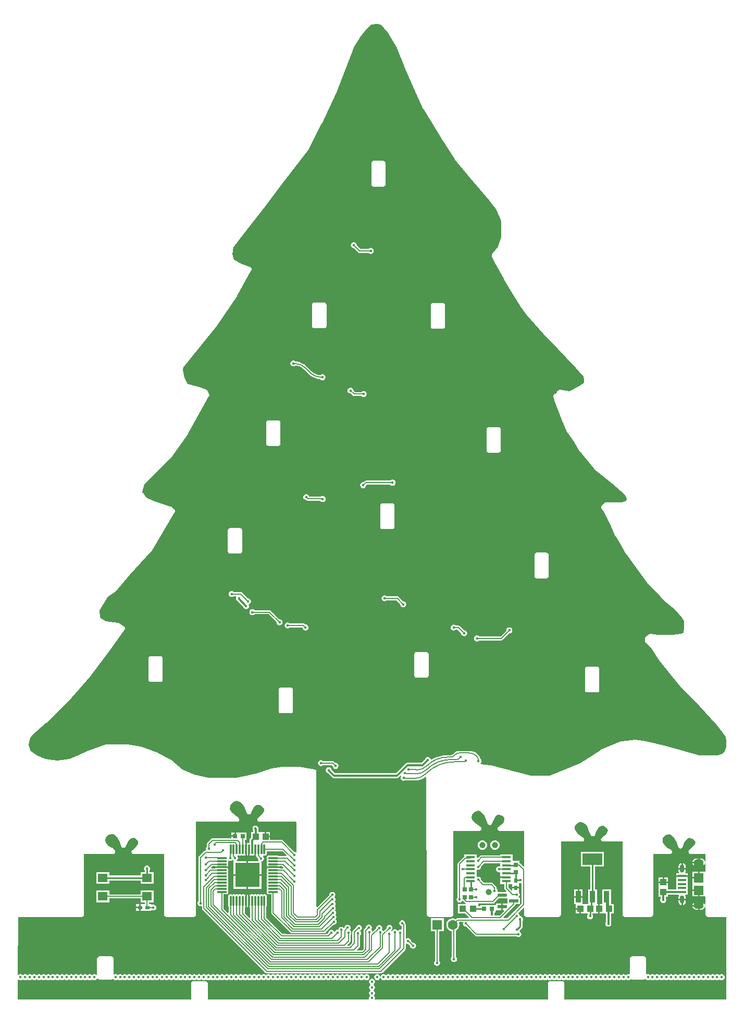
<source format=gtl>
G04*
G04 #@! TF.GenerationSoftware,Altium Limited,Altium NEXUS,2.1.9 (83)*
G04*
G04 Layer_Physical_Order=1*
G04 Layer_Color=255*
%FSLAX44Y44*%
%MOMM*%
G71*
G01*
G75*
%ADD11C,0.2540*%
%ADD13C,0.1270*%
%ADD14C,0.3000*%
%ADD19R,1.1000X1.0000*%
%ADD20R,1.4620X0.3548*%
%ADD21R,4.0000X4.0000*%
G04:AMPARAMS|DCode=22|XSize=1.56mm|YSize=0.28mm|CornerRadius=0.035mm|HoleSize=0mm|Usage=FLASHONLY|Rotation=0.000|XOffset=0mm|YOffset=0mm|HoleType=Round|Shape=RoundedRectangle|*
%AMROUNDEDRECTD22*
21,1,1.5600,0.2100,0,0,0.0*
21,1,1.4900,0.2800,0,0,0.0*
1,1,0.0700,0.7450,-0.1050*
1,1,0.0700,-0.7450,-0.1050*
1,1,0.0700,-0.7450,0.1050*
1,1,0.0700,0.7450,0.1050*
%
%ADD22ROUNDEDRECTD22*%
G04:AMPARAMS|DCode=23|XSize=1.56mm|YSize=0.28mm|CornerRadius=0.035mm|HoleSize=0mm|Usage=FLASHONLY|Rotation=90.000|XOffset=0mm|YOffset=0mm|HoleType=Round|Shape=RoundedRectangle|*
%AMROUNDEDRECTD23*
21,1,1.5600,0.2100,0,0,90.0*
21,1,1.4900,0.2800,0,0,90.0*
1,1,0.0700,0.1050,0.7450*
1,1,0.0700,0.1050,-0.7450*
1,1,0.0700,-0.1050,-0.7450*
1,1,0.0700,-0.1050,0.7450*
%
%ADD23ROUNDEDRECTD23*%
%ADD24R,1.0000X1.0000*%
%ADD25R,0.8000X0.6000*%
%ADD26R,1.3500X0.4000*%
%ADD27R,1.5500X1.5000*%
%ADD28R,0.8000X0.7000*%
%ADD29R,1.5500X0.5500*%
G04:AMPARAMS|DCode=30|XSize=0.55mm|YSize=1.55mm|CornerRadius=0mm|HoleSize=0mm|Usage=FLASHONLY|Rotation=90.000|XOffset=0mm|YOffset=0mm|HoleType=Round|Shape=Octagon|*
%AMOCTAGOND30*
4,1,8,-0.7750,-0.1375,-0.7750,0.1375,-0.6375,0.2750,0.6375,0.2750,0.7750,0.1375,0.7750,-0.1375,0.6375,-0.2750,-0.6375,-0.2750,-0.7750,-0.1375,0.0*
%
%ADD30OCTAGOND30*%

%ADD31R,3.1900X1.8600*%
%ADD32R,0.9000X1.8600*%
%ADD33R,1.6000X1.4000*%
%ADD34R,0.7000X0.8000*%
%ADD35R,0.6000X0.8000*%
%ADD36R,1.0000X1.0000*%
%ADD56C,1.0000*%
%ADD60C,0.5000*%
%ADD61C,1.6000*%
%ADD62R,1.6000X1.6000*%
%ADD63O,0.6500X1.3000*%
%ADD64O,1.5500X0.7750*%
%ADD65C,0.4500*%
G36*
X1298847Y1819426D02*
X1309247Y1806716D01*
X1324192Y1783053D01*
X1336769Y1751610D01*
X1336798Y1751564D01*
X1336810Y1751511D01*
X1349510Y1722301D01*
X1349525Y1722280D01*
X1349530Y1722254D01*
X1367310Y1682885D01*
X1367445Y1682696D01*
X1367526Y1682478D01*
X1398006Y1632948D01*
X1398028Y1632925D01*
X1398040Y1632894D01*
X1418360Y1601144D01*
X1418518Y1600980D01*
X1418627Y1600779D01*
X1444027Y1570299D01*
X1444047Y1570283D01*
X1444060Y1570261D01*
X1474463Y1534790D01*
X1485627Y1519905D01*
X1491717Y1507725D01*
X1493991Y1500904D01*
Y1474093D01*
X1489297Y1458837D01*
X1480914Y1449257D01*
X1480684Y1448858D01*
X1480402Y1448494D01*
X1479132Y1445954D01*
X1479064Y1445706D01*
X1478936Y1445481D01*
X1478879Y1445032D01*
X1478760Y1444596D01*
X1478792Y1444340D01*
X1478760Y1444084D01*
X1478879Y1443648D01*
X1478936Y1443199D01*
X1479064Y1442975D01*
X1479132Y1442726D01*
X1484212Y1432566D01*
X1484256Y1432509D01*
X1484277Y1432441D01*
X1498247Y1407041D01*
X1498292Y1406988D01*
X1498315Y1406923D01*
X1513555Y1381523D01*
X1513577Y1381498D01*
X1513589Y1381467D01*
X1526289Y1361147D01*
X1526355Y1361078D01*
X1526393Y1360990D01*
X1535283Y1348290D01*
X1535444Y1348136D01*
X1535557Y1347946D01*
X1569847Y1309845D01*
X1569904Y1309803D01*
X1569943Y1309743D01*
X1615566Y1262852D01*
X1627590Y1248423D01*
X1628611Y1243323D01*
Y1238825D01*
X1626039Y1236254D01*
X1621425Y1232793D01*
X1604963Y1224562D01*
X1589589Y1226927D01*
X1589580Y1226927D01*
X1589571Y1226930D01*
X1588876Y1226896D01*
X1588182Y1226866D01*
X1588174Y1226862D01*
X1588165Y1226862D01*
X1587533Y1226563D01*
X1586906Y1226271D01*
X1586899Y1226264D01*
X1586891Y1226260D01*
X1586423Y1225744D01*
X1585954Y1225232D01*
X1585951Y1225224D01*
X1585945Y1225217D01*
X1583186Y1220619D01*
X1582690D01*
X1582340Y1220550D01*
X1581982Y1220549D01*
X1581655Y1220414D01*
X1581309Y1220345D01*
X1581012Y1220146D01*
X1580682Y1220009D01*
X1580432Y1219759D01*
X1580138Y1219562D01*
X1579939Y1219265D01*
X1579687Y1219012D01*
X1579552Y1218685D01*
X1579355Y1218391D01*
X1579286Y1218041D01*
X1579149Y1217710D01*
X1579150Y1217357D01*
X1579081Y1217010D01*
X1579150Y1216660D01*
X1579151Y1216302D01*
X1580421Y1209952D01*
X1580533Y1209682D01*
X1580580Y1209393D01*
X1592010Y1178913D01*
X1592062Y1178829D01*
X1592083Y1178733D01*
X1600973Y1158413D01*
X1601212Y1158071D01*
X1601393Y1157694D01*
X1612697Y1142621D01*
X1621482Y1127561D01*
X1621672Y1127347D01*
X1621806Y1127094D01*
X1644666Y1099154D01*
X1644939Y1098931D01*
X1645161Y1098657D01*
X1674331Y1074560D01*
X1694329Y1057062D01*
X1697475Y1052868D01*
X1698245Y1049790D01*
X1696893Y1047087D01*
X1689899Y1044089D01*
X1663970D01*
X1662589Y1043815D01*
X1661418Y1043032D01*
X1657608Y1039222D01*
X1657459Y1038999D01*
X1657260Y1038819D01*
X1657071Y1038419D01*
X1656825Y1038051D01*
X1656773Y1037788D01*
X1656658Y1037545D01*
X1656637Y1037104D01*
X1656551Y1036670D01*
X1656603Y1036407D01*
X1656590Y1036139D01*
X1656739Y1035723D01*
X1656825Y1035289D01*
X1656974Y1035066D01*
X1657065Y1034813D01*
X1660804Y1028582D01*
X1670880Y1008430D01*
X1679749Y989424D01*
X1679889Y989233D01*
X1679975Y989012D01*
X1688827Y975101D01*
X1697682Y959921D01*
X1697794Y959796D01*
X1697863Y959642D01*
X1710563Y941862D01*
X1710574Y941851D01*
X1710581Y941837D01*
X1730901Y913897D01*
X1731110Y913704D01*
X1731268Y913468D01*
X1745182Y899553D01*
X1759099Y884371D01*
X1759285Y884235D01*
X1759429Y884055D01*
X1775758Y870237D01*
X1788059Y856707D01*
X1791171Y851520D01*
Y840045D01*
X1790193Y832220D01*
X1786308Y830667D01*
X1773026Y829459D01*
X1747990D01*
X1736759Y830707D01*
X1736112Y830652D01*
X1735464Y830616D01*
X1735412Y830592D01*
X1735356Y830587D01*
X1734780Y830288D01*
X1734194Y830007D01*
X1729114Y826198D01*
X1728942Y826005D01*
X1728728Y825862D01*
X1728476Y825486D01*
X1728174Y825149D01*
X1728089Y824906D01*
X1727945Y824691D01*
X1727857Y824247D01*
X1727707Y823820D01*
X1727721Y823563D01*
X1727671Y823310D01*
Y819500D01*
X1727788Y818912D01*
X1727870Y818317D01*
X1727924Y818224D01*
X1727945Y818119D01*
X1728279Y817620D01*
X1728582Y817102D01*
X1738576Y805859D01*
X1751137Y787018D01*
X1751267Y786888D01*
X1751354Y786725D01*
X1769118Y765155D01*
X1784342Y746125D01*
X1784469Y746018D01*
X1784558Y745878D01*
X1816305Y712862D01*
X1844051Y683854D01*
X1852783Y671380D01*
X1852796Y671368D01*
X1852803Y671352D01*
X1858667Y663142D01*
X1859751Y656641D01*
Y647286D01*
X1857666Y639989D01*
X1852718Y636031D01*
X1846264Y633879D01*
X1815594D01*
X1761460Y648987D01*
X1761393Y648992D01*
X1761332Y649020D01*
X1729582Y656640D01*
X1729431Y656646D01*
X1729289Y656697D01*
X1712779Y659237D01*
X1712293Y659216D01*
X1711808Y659255D01*
X1690218Y656715D01*
X1689733Y656557D01*
X1689234Y656454D01*
X1656214Y642484D01*
X1655945Y642302D01*
X1655645Y642181D01*
X1622926Y620788D01*
X1573105Y600859D01*
X1542494D01*
X1476885Y617262D01*
X1476698Y617271D01*
X1476520Y617333D01*
X1460905Y619564D01*
X1460603Y620890D01*
X1460703Y620957D01*
X1461762Y622541D01*
X1462134Y624410D01*
X1461762Y626279D01*
X1460703Y627863D01*
X1460009Y628327D01*
X1458573Y631794D01*
X1456857Y634031D01*
X1456226Y634853D01*
X1456226D01*
X1456225Y634853D01*
X1455273Y635619D01*
X1453109Y637395D01*
X1449740Y639196D01*
X1446084Y640304D01*
X1442283Y640679D01*
Y640647D01*
X1425786D01*
Y640686D01*
X1422728Y640284D01*
X1419880Y639104D01*
X1417433Y637226D01*
X1417461Y637199D01*
X1415686Y635424D01*
X1415634Y635347D01*
X1414009Y634261D01*
X1412091Y633879D01*
X1412000Y633897D01*
X1406789D01*
Y633941D01*
X1400318Y633517D01*
X1393957Y632252D01*
X1387816Y630167D01*
X1381999Y627299D01*
X1380915Y626574D01*
X1379503Y627158D01*
X1379326Y628050D01*
X1378267Y629635D01*
X1376683Y630693D01*
X1374814Y631065D01*
X1372945Y630693D01*
X1371361Y629635D01*
X1370302Y628050D01*
X1370164Y627356D01*
X1364337Y621529D01*
X1341397D01*
X1339821Y621216D01*
X1338484Y620323D01*
X1322941Y604779D01*
X1224206D01*
X1218400Y610585D01*
X1218262Y611279D01*
X1217203Y612863D01*
X1215619Y613922D01*
X1213750Y614294D01*
X1211881Y613922D01*
X1210297Y612863D01*
X1209238Y611279D01*
X1208866Y609410D01*
X1209238Y607541D01*
X1210297Y605957D01*
X1211881Y604898D01*
X1212575Y604760D01*
X1219587Y597747D01*
X1220924Y596854D01*
X1222500Y596541D01*
X1324647D01*
X1326223Y596854D01*
X1327560Y597747D01*
X1330708Y600896D01*
X1331694Y600086D01*
X1330988Y599029D01*
X1330616Y597160D01*
X1330988Y595291D01*
X1332047Y593707D01*
X1333631Y592648D01*
X1335500Y592276D01*
X1337369Y592648D01*
X1337406Y592673D01*
X1353229D01*
Y592647D01*
X1357713Y592999D01*
X1362086Y594049D01*
X1366242Y595771D01*
X1370077Y598121D01*
X1370917Y598839D01*
X1372071Y598307D01*
Y584550D01*
X1372073Y584539D01*
X1372071Y584528D01*
X1373341Y374978D01*
X1373480Y374299D01*
X1373615Y373619D01*
X1373622Y373610D01*
X1373624Y373599D01*
X1374013Y373023D01*
X1374398Y372448D01*
X1374407Y372442D01*
X1374413Y372432D01*
X1374994Y372049D01*
X1375569Y371665D01*
X1375580Y371663D01*
X1375589Y371657D01*
X1376273Y371525D01*
X1376950Y371391D01*
X1412500D01*
X1413881Y371665D01*
X1415052Y372448D01*
X1415835Y373619D01*
X1416109Y375000D01*
Y511051D01*
X1458500D01*
X1458824Y511115D01*
X1459153Y511110D01*
X1459508Y511251D01*
X1459881Y511325D01*
X1460156Y511509D01*
X1460462Y511631D01*
X1460735Y511896D01*
X1461052Y512108D01*
X1461236Y512382D01*
X1461472Y512612D01*
X1461623Y512962D01*
X1461835Y513279D01*
X1461899Y513602D01*
X1462030Y513905D01*
X1462035Y514286D01*
X1462109Y514660D01*
X1462045Y514984D01*
X1462050Y515313D01*
X1461909Y515668D01*
X1461835Y516041D01*
X1461651Y516316D01*
X1461529Y516622D01*
X1461264Y516895D01*
X1461052Y517212D01*
X1460778Y517396D01*
X1460548Y517632D01*
X1453069Y522785D01*
X1449434Y526421D01*
X1446839Y529615D01*
X1446151Y532708D01*
X1446537Y536374D01*
X1447576Y538972D01*
X1449299Y540695D01*
X1451669Y542275D01*
X1454282Y543280D01*
X1456648Y543787D01*
X1460376Y542770D01*
X1463131Y540015D01*
X1465231Y537682D01*
X1466640Y535870D01*
X1468926Y530841D01*
X1472142Y522677D01*
X1472143Y522675D01*
X1472143Y522673D01*
X1472525Y522081D01*
X1472904Y521493D01*
X1472906Y521491D01*
X1472907Y521489D01*
X1473484Y521090D01*
X1474061Y520690D01*
X1474063Y520690D01*
X1474065Y520688D01*
X1474753Y520540D01*
X1475437Y520391D01*
X1475439Y520392D01*
X1475441Y520391D01*
X1476138Y520518D01*
X1476823Y520642D01*
X1476825Y520643D01*
X1476827Y520643D01*
X1477426Y521030D01*
X1478007Y521404D01*
X1478009Y521405D01*
X1478011Y521407D01*
X1478413Y521989D01*
X1478810Y522561D01*
X1478810Y522563D01*
X1478812Y522565D01*
X1481945Y529795D01*
X1483966Y532939D01*
X1485703Y535256D01*
X1488570Y536942D01*
X1491801Y537112D01*
X1493999Y536435D01*
X1496355Y534986D01*
X1498354Y532588D01*
X1499293Y531179D01*
X1499543Y529430D01*
X1497895Y525221D01*
X1494045Y521156D01*
X1489481Y517467D01*
X1489358Y517319D01*
X1489198Y517212D01*
X1488911Y516782D01*
X1488580Y516385D01*
X1488522Y516201D01*
X1488415Y516041D01*
X1488315Y515534D01*
X1488161Y515040D01*
X1488178Y514849D01*
X1488141Y514660D01*
X1488242Y514153D01*
X1488289Y513638D01*
X1488378Y513467D01*
X1488415Y513279D01*
X1488703Y512849D01*
X1488943Y512391D01*
X1489091Y512268D01*
X1489198Y512108D01*
X1489628Y511820D01*
X1490025Y511489D01*
X1490209Y511432D01*
X1490369Y511325D01*
X1490876Y511225D01*
X1491370Y511071D01*
X1491561Y511088D01*
X1491750Y511051D01*
X1531391D01*
Y453412D01*
X1530217Y452926D01*
X1525194Y457949D01*
X1524144Y458651D01*
X1523540Y458771D01*
Y462200D01*
X1512350D01*
Y472484D01*
X1492650D01*
Y471407D01*
X1462010D01*
X1460771Y471160D01*
X1459721Y470459D01*
X1456755Y467493D01*
X1456500Y467544D01*
X1455200Y467285D01*
X1453930Y468115D01*
Y472484D01*
X1434230D01*
Y469754D01*
X1433580Y469320D01*
X1423786Y459525D01*
X1423084Y458475D01*
X1422838Y457236D01*
Y402801D01*
X1421988Y401529D01*
X1421616Y399660D01*
X1421988Y397791D01*
X1423047Y396207D01*
X1424631Y395148D01*
X1426500Y394776D01*
X1428369Y395148D01*
X1429953Y396207D01*
X1430564Y397120D01*
X1432462D01*
X1435386Y394196D01*
X1436436Y393494D01*
X1436558Y393470D01*
X1436433Y392200D01*
X1423460D01*
Y377120D01*
X1434962D01*
X1441246Y370835D01*
X1440760Y369662D01*
X1423265D01*
X1422026Y369416D01*
X1420976Y368714D01*
X1420330Y368068D01*
X1418251Y368929D01*
X1415500Y369291D01*
X1412749Y368929D01*
X1410184Y367867D01*
X1407983Y366177D01*
X1406293Y363975D01*
X1405231Y361412D01*
X1404869Y358660D01*
X1405231Y355909D01*
X1406293Y353344D01*
X1407983Y351143D01*
X1410184Y349453D01*
X1412749Y348391D01*
X1414013Y348225D01*
Y306508D01*
X1413797Y306363D01*
X1412738Y304779D01*
X1412366Y302910D01*
X1412738Y301041D01*
X1413797Y299457D01*
X1415381Y298398D01*
X1417250Y298026D01*
X1419119Y298398D01*
X1420703Y299457D01*
X1421762Y301041D01*
X1422134Y302910D01*
X1421762Y304779D01*
X1420703Y306363D01*
X1420487Y306508D01*
Y349317D01*
X1420815Y349453D01*
X1423017Y351143D01*
X1424707Y353344D01*
X1425769Y355909D01*
X1426131Y358660D01*
X1425769Y361412D01*
X1425470Y362132D01*
X1426176Y363188D01*
X1431017D01*
X1431866Y361918D01*
X1431616Y360660D01*
X1431988Y358791D01*
X1433047Y357207D01*
X1434631Y356148D01*
X1436500Y355776D01*
X1436755Y355827D01*
X1451454Y341128D01*
X1452504Y340426D01*
X1453743Y340180D01*
X1518473D01*
X1518618Y339964D01*
X1520202Y338905D01*
X1522071Y338533D01*
X1523940Y338905D01*
X1525525Y339964D01*
X1526583Y341548D01*
X1526955Y343417D01*
X1526583Y345286D01*
X1525525Y346871D01*
X1524648Y347457D01*
X1524037Y348738D01*
X1524092Y349194D01*
X1524232Y349899D01*
X1527568Y353234D01*
X1528410Y354495D01*
X1528706Y355981D01*
Y364860D01*
X1529333Y365799D01*
X1529705Y367668D01*
X1529333Y369537D01*
X1528275Y371122D01*
X1526690Y372180D01*
X1525625Y372392D01*
X1524384Y372660D01*
X1524012Y374529D01*
X1522953Y376113D01*
X1522175Y376633D01*
X1521991Y378245D01*
X1530217Y386471D01*
X1531391Y385985D01*
Y375000D01*
X1531665Y373619D01*
X1532448Y372448D01*
X1533619Y371665D01*
X1535000Y371391D01*
X1587500D01*
X1588881Y371665D01*
X1590052Y372448D01*
X1590835Y373619D01*
X1591109Y375000D01*
Y493551D01*
X1625500D01*
X1625822Y493615D01*
X1626150Y493610D01*
X1626506Y493751D01*
X1626881Y493825D01*
X1627154Y494008D01*
X1627459Y494128D01*
X1627734Y494395D01*
X1628052Y494608D01*
X1628234Y494880D01*
X1628470Y495109D01*
X1628622Y495460D01*
X1628835Y495779D01*
X1628899Y496101D01*
X1629029Y496401D01*
X1629035Y496784D01*
X1629109Y497160D01*
X1629045Y497482D01*
X1629050Y497810D01*
X1628909Y498166D01*
X1628835Y498541D01*
X1628652Y498814D01*
X1628531Y499119D01*
X1628265Y499394D01*
X1628052Y499712D01*
X1627780Y499894D01*
X1627551Y500130D01*
X1623824Y502704D01*
X1620521Y505064D01*
X1618049Y507310D01*
X1615619Y509961D01*
X1613980Y512512D01*
X1613630Y515311D01*
X1613807Y517256D01*
X1614489Y519303D01*
X1616143Y521508D01*
X1618841Y523791D01*
X1621048Y525079D01*
X1623452Y525560D01*
X1627450Y524651D01*
X1629629Y523017D01*
X1632695Y519950D01*
X1634729Y516900D01*
X1636576Y511359D01*
X1636651Y511227D01*
X1636682Y511078D01*
X1639682Y504078D01*
X1639849Y503836D01*
X1639955Y503562D01*
X1640243Y503261D01*
X1640479Y502917D01*
X1640725Y502757D01*
X1640928Y502545D01*
X1641310Y502376D01*
X1641660Y502149D01*
X1641948Y502095D01*
X1642217Y501977D01*
X1642634Y501967D01*
X1643044Y501891D01*
X1643331Y501952D01*
X1643625Y501945D01*
X1644014Y502096D01*
X1644422Y502183D01*
X1644664Y502349D01*
X1644938Y502455D01*
X1645239Y502743D01*
X1645583Y502979D01*
X1645743Y503225D01*
X1645956Y503428D01*
X1646124Y503810D01*
X1646351Y504160D01*
X1646405Y504448D01*
X1646523Y504717D01*
X1646965Y506705D01*
X1647999Y509393D01*
X1649810Y512336D01*
X1651397Y514830D01*
X1652831Y516468D01*
X1654786Y518246D01*
X1658628Y519294D01*
X1660881Y518843D01*
X1662867Y517579D01*
X1665319Y515536D01*
X1666472Y513889D01*
X1667240Y511431D01*
X1666862Y510044D01*
X1665034Y506388D01*
X1661886Y503240D01*
X1657599Y500058D01*
X1657420Y499860D01*
X1657198Y499712D01*
X1656951Y499343D01*
X1656653Y499015D01*
X1656564Y498763D01*
X1656415Y498541D01*
X1656329Y498106D01*
X1656180Y497688D01*
X1656193Y497422D01*
X1656141Y497160D01*
X1656227Y496725D01*
X1656249Y496282D01*
X1656363Y496041D01*
X1656415Y495779D01*
X1656662Y495410D01*
X1656852Y495009D01*
X1657050Y494830D01*
X1657198Y494608D01*
X1657567Y494361D01*
X1657896Y494063D01*
X1658147Y493974D01*
X1658369Y493825D01*
X1658804Y493739D01*
X1659222Y493590D01*
X1659488Y493603D01*
X1659750Y493551D01*
X1691391D01*
Y375000D01*
X1691665Y373619D01*
X1692448Y372448D01*
X1693619Y371665D01*
X1695000Y371391D01*
X1737500D01*
X1738881Y371665D01*
X1740052Y372448D01*
X1740835Y373619D01*
X1741109Y375000D01*
Y473551D01*
X1768250D01*
X1768734Y473647D01*
X1769225Y473685D01*
X1769418Y473783D01*
X1769631Y473825D01*
X1770041Y474099D01*
X1770481Y474323D01*
X1770622Y474487D01*
X1770802Y474608D01*
X1771076Y475018D01*
X1771397Y475392D01*
X1771464Y475598D01*
X1771585Y475779D01*
X1771681Y476262D01*
X1771834Y476731D01*
X1771817Y476947D01*
X1771859Y477160D01*
X1771763Y477644D01*
X1771725Y478135D01*
X1771627Y478329D01*
X1771585Y478541D01*
X1771311Y478951D01*
X1771087Y479391D01*
X1770923Y479532D01*
X1770802Y479712D01*
X1770392Y479986D01*
X1770018Y480307D01*
X1764892Y483187D01*
X1761755Y486099D01*
X1758805Y489049D01*
X1756899Y491908D01*
X1756137Y495720D01*
X1756315Y498030D01*
X1756971Y499998D01*
X1758444Y501839D01*
X1760924Y504320D01*
X1763874Y505242D01*
X1766861Y505802D01*
X1769244Y505166D01*
X1772140Y503236D01*
X1774551Y500623D01*
X1778228Y493959D01*
X1781893Y484675D01*
X1781897Y484668D01*
X1781899Y484660D01*
X1782279Y484076D01*
X1782655Y483491D01*
X1782662Y483486D01*
X1782667Y483479D01*
X1783241Y483085D01*
X1783813Y482689D01*
X1783821Y482687D01*
X1783828Y482682D01*
X1784509Y482538D01*
X1785190Y482391D01*
X1785198Y482393D01*
X1785206Y482391D01*
X1785890Y482518D01*
X1786575Y482643D01*
X1786582Y482647D01*
X1786591Y482649D01*
X1787173Y483027D01*
X1787759Y483405D01*
X1787764Y483412D01*
X1787771Y483417D01*
X1788164Y483990D01*
X1788561Y484563D01*
X1788563Y484571D01*
X1788568Y484578D01*
X1791504Y491431D01*
X1793050Y494301D01*
X1795476Y497536D01*
X1797667Y498884D01*
X1799567Y499359D01*
X1801932Y499190D01*
X1804781Y498050D01*
X1807248Y496342D01*
X1809164Y493904D01*
X1809520Y492360D01*
X1808684Y489516D01*
X1806887Y486721D01*
X1803998Y483610D01*
X1799657Y479906D01*
X1799568Y479792D01*
X1799448Y479712D01*
X1799134Y479243D01*
X1798785Y478800D01*
X1798746Y478661D01*
X1798665Y478541D01*
X1798555Y477988D01*
X1798402Y477445D01*
X1798419Y477301D01*
X1798391Y477160D01*
X1798501Y476607D01*
X1798567Y476046D01*
X1798637Y475920D01*
X1798665Y475779D01*
X1798979Y475310D01*
X1799254Y474817D01*
X1799368Y474728D01*
X1799448Y474608D01*
X1799917Y474294D01*
X1800360Y473945D01*
X1800499Y473906D01*
X1800619Y473825D01*
X1801172Y473715D01*
X1801715Y473562D01*
X1801859Y473579D01*
X1802000Y473551D01*
X1826391D01*
Y461268D01*
X1825121Y461143D01*
X1824918Y462163D01*
X1823500Y464285D01*
X1821378Y465703D01*
X1818875Y466201D01*
X1816270D01*
Y464660D01*
X1817750D01*
X1818012Y464653D01*
X1818273Y464633D01*
X1818532Y464599D01*
X1818790Y464551D01*
X1819044Y464490D01*
X1819295Y464415D01*
X1819542Y464328D01*
X1819784Y464228D01*
X1820020Y464115D01*
X1820250Y463990D01*
X1820473Y463853D01*
X1820689Y463705D01*
X1820897Y463546D01*
X1821096Y463376D01*
X1821286Y463195D01*
X1821466Y463006D01*
X1821636Y462807D01*
X1821795Y462599D01*
X1821943Y462383D01*
X1822080Y462160D01*
X1822205Y461930D01*
X1822318Y461694D01*
X1822418Y461452D01*
X1822505Y461205D01*
X1822580Y460954D01*
X1822641Y460700D01*
X1822688Y460442D01*
X1822723Y460183D01*
X1822743Y459922D01*
X1822750Y459660D01*
Y454534D01*
X1823500Y455035D01*
X1824918Y457157D01*
X1825121Y458177D01*
X1826391Y458052D01*
Y445109D01*
X1825290Y444700D01*
X1825121Y444700D01*
X1816270D01*
Y434660D01*
X1815000D01*
Y433390D01*
X1804710D01*
Y424620D01*
Y415930D01*
X1815000D01*
Y414660D01*
X1816270D01*
Y404620D01*
X1825121D01*
X1825290Y404620D01*
X1826391Y404211D01*
Y391268D01*
X1825121Y391143D01*
X1824918Y392163D01*
X1823500Y394285D01*
X1822750Y394786D01*
Y389685D01*
X1820750D01*
X1820747Y389803D01*
X1820736Y389933D01*
X1820719Y390062D01*
X1820696Y390190D01*
X1820665Y390316D01*
X1820628Y390441D01*
X1820585Y390564D01*
X1820535Y390684D01*
X1820479Y390802D01*
X1820417Y390916D01*
X1820349Y391027D01*
X1820275Y391135D01*
X1820196Y391238D01*
X1820111Y391337D01*
X1820022Y391431D01*
X1819927Y391521D01*
X1819828Y391606D01*
X1819725Y391685D01*
X1819617Y391759D01*
X1819506Y391827D01*
X1819392Y391889D01*
X1819274Y391945D01*
X1819154Y391995D01*
X1819031Y392038D01*
X1818906Y392075D01*
X1818780Y392106D01*
X1818652Y392129D01*
X1818522Y392146D01*
X1818393Y392157D01*
X1818250Y392160D01*
X1816270D01*
Y389660D01*
Y387160D01*
X1818250D01*
X1818393Y387163D01*
X1818522Y387174D01*
X1818652Y387191D01*
X1818780Y387214D01*
X1818906Y387245D01*
X1819031Y387282D01*
X1819154Y387325D01*
X1819274Y387375D01*
X1819392Y387431D01*
X1819506Y387493D01*
X1819617Y387561D01*
X1819725Y387635D01*
X1819828Y387714D01*
X1819927Y387799D01*
X1820022Y387889D01*
X1820111Y387983D01*
X1820196Y388082D01*
X1820275Y388185D01*
X1820349Y388293D01*
X1820417Y388404D01*
X1820479Y388518D01*
X1820535Y388636D01*
X1820585Y388756D01*
X1820628Y388879D01*
X1820665Y389004D01*
X1820696Y389130D01*
X1820719Y389258D01*
X1820736Y389388D01*
X1820747Y389517D01*
X1820750Y389635D01*
X1822750D01*
X1822743Y389386D01*
X1822723Y389126D01*
X1822689Y388867D01*
X1822641Y388611D01*
X1822580Y388357D01*
X1822506Y388106D01*
X1822419Y387860D01*
X1822319Y387619D01*
X1822206Y387383D01*
X1822082Y387154D01*
X1821945Y386931D01*
X1821797Y386716D01*
X1821638Y386509D01*
X1821469Y386310D01*
X1821289Y386121D01*
X1821100Y385941D01*
X1820901Y385771D01*
X1820694Y385612D01*
X1820479Y385465D01*
X1820256Y385328D01*
X1820027Y385204D01*
X1819791Y385091D01*
X1819550Y384991D01*
X1819304Y384904D01*
X1819053Y384830D01*
X1818799Y384769D01*
X1818543Y384721D01*
X1818284Y384687D01*
X1818024Y384667D01*
X1817750Y384660D01*
X1816270D01*
Y383119D01*
X1818875D01*
X1821378Y383617D01*
X1823500Y385035D01*
X1824918Y387157D01*
X1825121Y388177D01*
X1826391Y388052D01*
Y375000D01*
X1826665Y373619D01*
X1827448Y372448D01*
X1828619Y371665D01*
X1830000Y371391D01*
X1859751D01*
Y237109D01*
X1596609D01*
Y263750D01*
X1596335Y265131D01*
X1595552Y266302D01*
X1594381Y267085D01*
X1593000Y267359D01*
X1573500D01*
X1572119Y267085D01*
X1570948Y266302D01*
X1570165Y265131D01*
X1569891Y263750D01*
Y237109D01*
X1289575D01*
X1288661Y238379D01*
X1288884Y239500D01*
X1288512Y241369D01*
X1287538Y242826D01*
X1287399Y243269D01*
Y243981D01*
X1287538Y244424D01*
X1288512Y245881D01*
X1288884Y247750D01*
X1288512Y249619D01*
X1287453Y251203D01*
X1286837Y251615D01*
Y252885D01*
X1287453Y253297D01*
X1288512Y254881D01*
X1288884Y256750D01*
X1288512Y258619D01*
X1287453Y260203D01*
X1286656Y260736D01*
Y262264D01*
X1287453Y262797D01*
X1288512Y264381D01*
X1288884Y266250D01*
X1288512Y268119D01*
X1287453Y269703D01*
X1285869Y270762D01*
X1284000Y271134D01*
X1282131Y270762D01*
X1280547Y269703D01*
X1279488Y268119D01*
X1279116Y266250D01*
X1279488Y264381D01*
X1280547Y262797D01*
X1281344Y262264D01*
Y260736D01*
X1280547Y260203D01*
X1279488Y258619D01*
X1279116Y256750D01*
X1279488Y254881D01*
X1280547Y253297D01*
X1281163Y252885D01*
Y251615D01*
X1280547Y251203D01*
X1279488Y249619D01*
X1279116Y247750D01*
X1279488Y245881D01*
X1280461Y244424D01*
X1280601Y243981D01*
Y243269D01*
X1280461Y242826D01*
X1279488Y241369D01*
X1279116Y239500D01*
X1279339Y238379D01*
X1278425Y237109D01*
X1017109D01*
Y263750D01*
X1016835Y265131D01*
X1016052Y266302D01*
X1014881Y267085D01*
X1013500Y267359D01*
X994000D01*
X992619Y267085D01*
X991448Y266302D01*
X990665Y265131D01*
X990391Y263750D01*
Y237109D01*
X709277D01*
X708382Y238011D01*
X708603Y269348D01*
X709876Y269827D01*
X711131Y268988D01*
X713000Y268616D01*
X714869Y268988D01*
X715807Y269615D01*
X716750Y269943D01*
X717692Y269615D01*
X718631Y268988D01*
X720500Y268616D01*
X722369Y268988D01*
X723307Y269615D01*
X724250Y269943D01*
X725192Y269615D01*
X726131Y268988D01*
X728000Y268616D01*
X729869Y268988D01*
X730807Y269615D01*
X731750Y269943D01*
X732692Y269615D01*
X733631Y268988D01*
X735500Y268616D01*
X737369Y268988D01*
X738307Y269615D01*
X739250Y269943D01*
X740192Y269615D01*
X741131Y268988D01*
X743000Y268616D01*
X744869Y268988D01*
X745807Y269615D01*
X746750Y269943D01*
X747692Y269615D01*
X748631Y268988D01*
X750500Y268616D01*
X752369Y268988D01*
X753307Y269615D01*
X754250Y269943D01*
X755192Y269615D01*
X756131Y268988D01*
X758000Y268616D01*
X759869Y268988D01*
X760807Y269615D01*
X761750Y269943D01*
X762692Y269615D01*
X763631Y268988D01*
X765500Y268616D01*
X767369Y268988D01*
X768953Y270047D01*
X769547D01*
X771131Y268988D01*
X773000Y268616D01*
X774869Y268988D01*
X775807Y269615D01*
X776750Y269943D01*
X777692Y269615D01*
X778631Y268988D01*
X780500Y268616D01*
X782369Y268988D01*
X783307Y269615D01*
X784250Y269943D01*
X785192Y269615D01*
X786131Y268988D01*
X788000Y268616D01*
X789869Y268988D01*
X790807Y269615D01*
X791750Y269943D01*
X792692Y269615D01*
X793631Y268988D01*
X795500Y268616D01*
X797369Y268988D01*
X798307Y269615D01*
X799250Y269943D01*
X800192Y269615D01*
X801131Y268988D01*
X803000Y268616D01*
X804869Y268988D01*
X805807Y269615D01*
X806750Y269943D01*
X807692Y269615D01*
X808631Y268988D01*
X810500Y268616D01*
X812369Y268988D01*
X813307Y269615D01*
X814250Y269943D01*
X815192Y269615D01*
X816131Y268988D01*
X818000Y268616D01*
X819869Y268988D01*
X820808Y269615D01*
X821750Y269943D01*
X822692Y269615D01*
X823631Y268988D01*
X825500Y268616D01*
X827369Y268988D01*
X828307Y269615D01*
X829250Y269943D01*
X830192Y269615D01*
X831131Y268988D01*
X833000Y268616D01*
X834869Y268988D01*
X836453Y270047D01*
X836988Y270847D01*
X838448Y270948D01*
X839619Y270165D01*
X841000Y269891D01*
X860500D01*
X861881Y270165D01*
X862055Y270281D01*
X862695Y270695D01*
X863717Y270147D01*
X863797Y270047D01*
X865381Y268988D01*
X867250Y268616D01*
X869119Y268988D01*
X870058Y269615D01*
X871000Y269943D01*
X871943Y269615D01*
X872881Y268988D01*
X874750Y268616D01*
X876619Y268988D01*
X877558Y269615D01*
X878500Y269943D01*
X879443Y269615D01*
X880381Y268988D01*
X882250Y268616D01*
X884119Y268988D01*
X885058Y269615D01*
X886000Y269943D01*
X886943Y269615D01*
X887881Y268988D01*
X889750Y268616D01*
X891619Y268988D01*
X892558Y269615D01*
X893500Y269943D01*
X894443Y269615D01*
X895381Y268988D01*
X897250Y268616D01*
X899119Y268988D01*
X900058Y269615D01*
X901000Y269943D01*
X901943Y269615D01*
X902881Y268988D01*
X904750Y268616D01*
X906619Y268988D01*
X907558Y269615D01*
X908500Y269943D01*
X909443Y269615D01*
X910381Y268988D01*
X912250Y268616D01*
X914119Y268988D01*
X915058Y269615D01*
X916000Y269943D01*
X916943Y269615D01*
X917881Y268988D01*
X919750Y268616D01*
X921619Y268988D01*
X922558Y269615D01*
X923500Y269943D01*
X924443Y269615D01*
X925381Y268988D01*
X927250Y268616D01*
X929119Y268988D01*
X930058Y269615D01*
X931000Y269943D01*
X931943Y269615D01*
X932881Y268988D01*
X934750Y268616D01*
X936619Y268988D01*
X938203Y270047D01*
X938240Y270101D01*
X939510D01*
X939547Y270047D01*
X941131Y268988D01*
X943000Y268616D01*
X944869Y268988D01*
X945807Y269615D01*
X946750Y269943D01*
X947692Y269615D01*
X948631Y268988D01*
X950500Y268616D01*
X952369Y268988D01*
X953307Y269615D01*
X954250Y269943D01*
X955192Y269615D01*
X956131Y268988D01*
X958000Y268616D01*
X959869Y268988D01*
X961453Y270047D01*
X962047D01*
X963631Y268988D01*
X965500Y268616D01*
X967369Y268988D01*
X968953Y270047D01*
X969547D01*
X971131Y268988D01*
X973000Y268616D01*
X974869Y268988D01*
X975807Y269615D01*
X976750Y269943D01*
X977692Y269615D01*
X978631Y268988D01*
X980500Y268616D01*
X982369Y268988D01*
X983307Y269615D01*
X984250Y269943D01*
X985192Y269615D01*
X986131Y268988D01*
X988000Y268616D01*
X989869Y268988D01*
X990807Y269615D01*
X991750Y269943D01*
X992692Y269615D01*
X993631Y268988D01*
X995500Y268616D01*
X997369Y268988D01*
X998307Y269615D01*
X999250Y269943D01*
X1000192Y269615D01*
X1001131Y268988D01*
X1003000Y268616D01*
X1004869Y268988D01*
X1005807Y269615D01*
X1006750Y269943D01*
X1007692Y269615D01*
X1008631Y268988D01*
X1010500Y268616D01*
X1012369Y268988D01*
X1013307Y269615D01*
X1014250Y269943D01*
X1015192Y269615D01*
X1016131Y268988D01*
X1018000Y268616D01*
X1019869Y268988D01*
X1020807Y269615D01*
X1021750Y269943D01*
X1022692Y269615D01*
X1023631Y268988D01*
X1025500Y268616D01*
X1027369Y268988D01*
X1028307Y269615D01*
X1029250Y269943D01*
X1030192Y269615D01*
X1031131Y268988D01*
X1033000Y268616D01*
X1034869Y268988D01*
X1035807Y269615D01*
X1036750Y269943D01*
X1037692Y269615D01*
X1038631Y268988D01*
X1040500Y268616D01*
X1042369Y268988D01*
X1043307Y269615D01*
X1044250Y269943D01*
X1045192Y269615D01*
X1046131Y268988D01*
X1048000Y268616D01*
X1049869Y268988D01*
X1050808Y269615D01*
X1051750Y269943D01*
X1052692Y269615D01*
X1053631Y268988D01*
X1055500Y268616D01*
X1057369Y268988D01*
X1058953Y270047D01*
X1059547D01*
X1061131Y268988D01*
X1063000Y268616D01*
X1064869Y268988D01*
X1066453Y270047D01*
X1067047D01*
X1068631Y268988D01*
X1070500Y268616D01*
X1072369Y268988D01*
X1073953Y270047D01*
X1074547D01*
X1076131Y268988D01*
X1078000Y268616D01*
X1079869Y268988D01*
X1080807Y269615D01*
X1081750Y269943D01*
X1082692Y269615D01*
X1083631Y268988D01*
X1085500Y268616D01*
X1087369Y268988D01*
X1088307Y269615D01*
X1089250Y269943D01*
X1090192Y269615D01*
X1091131Y268988D01*
X1093000Y268616D01*
X1094869Y268988D01*
X1095807Y269615D01*
X1096750Y269943D01*
X1097692Y269615D01*
X1098631Y268988D01*
X1100500Y268616D01*
X1102369Y268988D01*
X1103953Y270047D01*
X1104547D01*
X1106131Y268988D01*
X1108000Y268616D01*
X1109869Y268988D01*
X1111453Y270047D01*
X1112047D01*
X1113631Y268988D01*
X1115500Y268616D01*
X1117369Y268988D01*
X1118953Y270047D01*
X1119547D01*
X1121131Y268988D01*
X1123000Y268616D01*
X1124869Y268988D01*
X1126453Y270047D01*
X1127047D01*
X1128631Y268988D01*
X1130500Y268616D01*
X1132369Y268988D01*
X1133953Y270047D01*
X1134547D01*
X1136131Y268988D01*
X1138000Y268616D01*
X1139869Y268988D01*
X1141453Y270047D01*
X1142047D01*
X1143631Y268988D01*
X1145500Y268616D01*
X1147369Y268988D01*
X1148953Y270047D01*
X1149547D01*
X1151131Y268988D01*
X1153000Y268616D01*
X1154869Y268988D01*
X1156453Y270047D01*
X1157047D01*
X1158631Y268988D01*
X1160500Y268616D01*
X1162369Y268988D01*
X1163953Y270047D01*
X1164547D01*
X1166131Y268988D01*
X1168000Y268616D01*
X1169869Y268988D01*
X1170807Y269615D01*
X1171750Y269943D01*
X1172692Y269615D01*
X1173631Y268988D01*
X1175500Y268616D01*
X1177369Y268988D01*
X1178307Y269615D01*
X1179250Y269943D01*
X1180192Y269615D01*
X1181131Y268988D01*
X1183000Y268616D01*
X1184869Y268988D01*
X1186453Y270047D01*
X1187047D01*
X1188631Y268988D01*
X1190500Y268616D01*
X1192369Y268988D01*
X1193307Y269615D01*
X1194250Y269943D01*
X1195192Y269615D01*
X1196131Y268988D01*
X1198000Y268616D01*
X1199869Y268988D01*
X1200807Y269615D01*
X1201750Y269943D01*
X1202692Y269615D01*
X1203631Y268988D01*
X1205500Y268616D01*
X1207369Y268988D01*
X1208307Y269615D01*
X1209250Y269943D01*
X1210192Y269615D01*
X1211131Y268988D01*
X1213000Y268616D01*
X1214869Y268988D01*
X1215807Y269615D01*
X1216750Y269943D01*
X1217692Y269615D01*
X1218631Y268988D01*
X1220500Y268616D01*
X1222369Y268988D01*
X1223307Y269615D01*
X1224250Y269943D01*
X1225192Y269615D01*
X1226131Y268988D01*
X1228000Y268616D01*
X1229869Y268988D01*
X1230807Y269615D01*
X1231750Y269943D01*
X1232692Y269615D01*
X1233631Y268988D01*
X1235500Y268616D01*
X1237369Y268988D01*
X1238307Y269615D01*
X1239250Y269943D01*
X1240192Y269615D01*
X1241131Y268988D01*
X1243000Y268616D01*
X1244869Y268988D01*
X1246453Y270047D01*
X1246615Y270289D01*
X1247885D01*
X1248047Y270047D01*
X1249631Y268988D01*
X1251500Y268616D01*
X1253369Y268988D01*
X1254653Y269846D01*
X1255500Y269968D01*
X1256347Y269846D01*
X1257631Y268988D01*
X1259500Y268616D01*
X1261369Y268988D01*
X1262653Y269846D01*
X1263500Y269968D01*
X1264347Y269846D01*
X1265631Y268988D01*
X1267500Y268616D01*
X1269369Y268988D01*
X1270953Y270047D01*
X1271797D01*
X1273381Y268988D01*
X1275250Y268616D01*
X1277119Y268988D01*
X1278703Y270047D01*
X1279762Y271631D01*
X1280134Y273500D01*
X1279762Y275369D01*
X1278703Y276953D01*
X1277119Y278012D01*
X1275250Y278384D01*
X1273381Y278012D01*
X1271797Y276953D01*
X1270953D01*
X1269369Y278012D01*
X1267500Y278384D01*
X1265631Y278012D01*
X1264047Y276953D01*
X1262953D01*
X1261369Y278012D01*
X1259500Y278384D01*
X1257631Y278012D01*
X1256047Y276953D01*
X1254953D01*
X1253369Y278012D01*
X1251500Y278384D01*
X1249631Y278012D01*
X1248047Y276953D01*
X1247885Y276712D01*
X1246615D01*
X1246453Y276953D01*
X1244869Y278012D01*
X1243000Y278384D01*
X1241131Y278012D01*
X1240192Y277385D01*
X1239250Y277057D01*
X1238307Y277385D01*
X1237369Y278012D01*
X1235500Y278384D01*
X1233631Y278012D01*
X1232692Y277385D01*
X1231750Y277057D01*
X1230807Y277385D01*
X1229869Y278012D01*
X1228000Y278384D01*
X1226131Y278012D01*
X1225192Y277385D01*
X1224250Y277057D01*
X1223307Y277385D01*
X1222369Y278012D01*
X1220500Y278384D01*
X1218631Y278012D01*
X1217692Y277385D01*
X1216750Y277057D01*
X1215807Y277385D01*
X1214869Y278012D01*
X1213000Y278384D01*
X1211131Y278012D01*
X1210192Y277385D01*
X1209250Y277057D01*
X1208307Y277385D01*
X1207369Y278012D01*
X1205500Y278384D01*
X1203631Y278012D01*
X1202692Y277385D01*
X1201750Y277057D01*
X1200807Y277385D01*
X1199869Y278012D01*
X1198000Y278384D01*
X1196131Y278012D01*
X1194547Y276953D01*
X1193953D01*
X1192369Y278012D01*
X1190500Y278384D01*
X1188631Y278012D01*
X1187047Y276953D01*
X1186453D01*
X1184869Y278012D01*
X1183000Y278384D01*
X1181131Y278012D01*
X1180192Y277385D01*
X1179250Y277057D01*
X1178307Y277385D01*
X1177369Y278012D01*
X1175500Y278384D01*
X1173631Y278012D01*
X1172692Y277385D01*
X1171750Y277057D01*
X1170807Y277385D01*
X1169869Y278012D01*
X1168000Y278384D01*
X1166131Y278012D01*
X1164547Y276953D01*
X1163953D01*
X1162369Y278012D01*
X1160500Y278384D01*
X1158631Y278012D01*
X1157047Y276953D01*
X1156453D01*
X1154869Y278012D01*
X1153000Y278384D01*
X1151131Y278012D01*
X1149547Y276953D01*
X1148953D01*
X1147369Y278012D01*
X1145500Y278384D01*
X1143631Y278012D01*
X1142047Y276953D01*
X1141453D01*
X1139869Y278012D01*
X1138000Y278384D01*
X1136131Y278012D01*
X1134547Y276953D01*
X1133953D01*
X1132369Y278012D01*
X1130500Y278384D01*
X1128631Y278012D01*
X1127047Y276953D01*
X1126453D01*
X1124869Y278012D01*
X1123000Y278384D01*
X1121131Y278012D01*
X1119547Y276953D01*
X1118953D01*
X1117369Y278012D01*
X1115500Y278384D01*
X1113631Y278012D01*
X1112047Y276953D01*
X1111453D01*
X1109869Y278012D01*
X1108000Y278384D01*
X1106131Y278012D01*
X1104547Y276953D01*
X1103953D01*
X1102369Y278012D01*
X1100500Y278384D01*
X1098631Y278012D01*
X1097047Y276953D01*
X1096453D01*
X1094869Y278012D01*
X1093000Y278384D01*
X1091131Y278012D01*
X1089547Y276953D01*
X1088953D01*
X1087369Y278012D01*
X1085500Y278384D01*
X1083631Y278012D01*
X1082047Y276953D01*
X1081453D01*
X1079869Y278012D01*
X1078000Y278384D01*
X1076131Y278012D01*
X1074547Y276953D01*
X1073953D01*
X1072369Y278012D01*
X1070500Y278384D01*
X1068631Y278012D01*
X1067047Y276953D01*
X1066453D01*
X1064869Y278012D01*
X1063000Y278384D01*
X1061131Y278012D01*
X1059547Y276953D01*
X1058953D01*
X1057369Y278012D01*
X1055500Y278384D01*
X1053631Y278012D01*
X1052047Y276953D01*
X1051453D01*
X1049869Y278012D01*
X1048000Y278384D01*
X1046131Y278012D01*
X1045192Y277385D01*
X1044250Y277057D01*
X1043307Y277385D01*
X1042369Y278012D01*
X1040500Y278384D01*
X1038631Y278012D01*
X1037692Y277385D01*
X1036750Y277057D01*
X1035807Y277385D01*
X1034869Y278012D01*
X1033000Y278384D01*
X1031131Y278012D01*
X1030192Y277385D01*
X1029250Y277057D01*
X1028307Y277385D01*
X1027369Y278012D01*
X1025500Y278384D01*
X1023631Y278012D01*
X1022692Y277385D01*
X1021750Y277057D01*
X1020807Y277385D01*
X1019869Y278012D01*
X1018000Y278384D01*
X1016131Y278012D01*
X1014547Y276953D01*
X1013953D01*
X1012369Y278012D01*
X1010500Y278384D01*
X1008631Y278012D01*
X1007692Y277385D01*
X1006750Y277057D01*
X1005807Y277385D01*
X1004869Y278012D01*
X1003000Y278384D01*
X1001131Y278012D01*
X1000192Y277385D01*
X999250Y277057D01*
X998307Y277385D01*
X997369Y278012D01*
X995500Y278384D01*
X993631Y278012D01*
X992692Y277385D01*
X991750Y277057D01*
X990807Y277385D01*
X989869Y278012D01*
X988000Y278384D01*
X986131Y278012D01*
X985192Y277385D01*
X984250Y277057D01*
X983307Y277385D01*
X982369Y278012D01*
X980500Y278384D01*
X978631Y278012D01*
X977692Y277385D01*
X976750Y277057D01*
X975807Y277385D01*
X974869Y278012D01*
X973000Y278384D01*
X971131Y278012D01*
X969547Y276953D01*
X968953D01*
X967369Y278012D01*
X965500Y278384D01*
X963631Y278012D01*
X962047Y276953D01*
X961453D01*
X959869Y278012D01*
X958000Y278384D01*
X956131Y278012D01*
X955192Y277385D01*
X954250Y277057D01*
X953307Y277385D01*
X952369Y278012D01*
X950500Y278384D01*
X948631Y278012D01*
X947692Y277385D01*
X946750Y277057D01*
X945807Y277385D01*
X944869Y278012D01*
X943000Y278384D01*
X941131Y278012D01*
X939547Y276953D01*
X939510Y276899D01*
X938240D01*
X938203Y276953D01*
X936619Y278012D01*
X934750Y278384D01*
X932881Y278012D01*
X931943Y277385D01*
X931000Y277057D01*
X930058Y277385D01*
X929119Y278012D01*
X927250Y278384D01*
X925381Y278012D01*
X924443Y277385D01*
X923500Y277057D01*
X922558Y277385D01*
X921619Y278012D01*
X919750Y278384D01*
X917881Y278012D01*
X916943Y277385D01*
X916000Y277057D01*
X915058Y277385D01*
X914119Y278012D01*
X912250Y278384D01*
X910381Y278012D01*
X908797Y276953D01*
X908203D01*
X906619Y278012D01*
X904750Y278384D01*
X902881Y278012D01*
X901943Y277385D01*
X901000Y277057D01*
X900058Y277385D01*
X899119Y278012D01*
X897250Y278384D01*
X895381Y278012D01*
X894443Y277385D01*
X893500Y277057D01*
X892558Y277385D01*
X891619Y278012D01*
X889750Y278384D01*
X887881Y278012D01*
X886297Y276953D01*
X885703D01*
X884119Y278012D01*
X882250Y278384D01*
X880381Y278012D01*
X879443Y277385D01*
X878500Y277057D01*
X877558Y277385D01*
X876619Y278012D01*
X874750Y278384D01*
X872881Y278012D01*
X871297Y276953D01*
X870703D01*
X869119Y278012D01*
X867250Y278384D01*
X865381Y278012D01*
X865229Y277911D01*
X864109Y278510D01*
Y303750D01*
X863835Y305131D01*
X863052Y306302D01*
X861881Y307085D01*
X860500Y307359D01*
X841000D01*
X839619Y307085D01*
X838448Y306302D01*
X837665Y305131D01*
X837391Y303750D01*
Y277663D01*
X836121Y277176D01*
X834869Y278012D01*
X833000Y278384D01*
X831131Y278012D01*
X830192Y277385D01*
X829250Y277057D01*
X828307Y277385D01*
X827369Y278012D01*
X825500Y278384D01*
X823631Y278012D01*
X822692Y277385D01*
X821750Y277057D01*
X820808Y277385D01*
X819869Y278012D01*
X818000Y278384D01*
X816131Y278012D01*
X815192Y277385D01*
X814250Y277057D01*
X813307Y277385D01*
X812369Y278012D01*
X810500Y278384D01*
X808631Y278012D01*
X807047Y276953D01*
X806453D01*
X804869Y278012D01*
X803000Y278384D01*
X801131Y278012D01*
X800192Y277385D01*
X799250Y277057D01*
X798307Y277385D01*
X797369Y278012D01*
X795500Y278384D01*
X793631Y278012D01*
X792692Y277385D01*
X791750Y277057D01*
X790807Y277385D01*
X789869Y278012D01*
X788000Y278384D01*
X786131Y278012D01*
X784547Y276953D01*
X783953D01*
X782369Y278012D01*
X780500Y278384D01*
X778631Y278012D01*
X777692Y277385D01*
X776750Y277057D01*
X775807Y277385D01*
X774869Y278012D01*
X773000Y278384D01*
X771131Y278012D01*
X769547Y276953D01*
X768953D01*
X767369Y278012D01*
X765500Y278384D01*
X763631Y278012D01*
X762692Y277385D01*
X761750Y277057D01*
X760807Y277385D01*
X759869Y278012D01*
X758000Y278384D01*
X756131Y278012D01*
X755192Y277385D01*
X754250Y277057D01*
X753307Y277385D01*
X752369Y278012D01*
X750500Y278384D01*
X748631Y278012D01*
X747692Y277385D01*
X746750Y277057D01*
X745807Y277385D01*
X744869Y278012D01*
X743000Y278384D01*
X741131Y278012D01*
X740192Y277385D01*
X739250Y277057D01*
X738307Y277385D01*
X737369Y278012D01*
X735500Y278384D01*
X733631Y278012D01*
X732047Y276953D01*
X731453D01*
X729869Y278012D01*
X728000Y278384D01*
X726131Y278012D01*
X725192Y277385D01*
X724250Y277057D01*
X723307Y277385D01*
X722369Y278012D01*
X720500Y278384D01*
X718631Y278012D01*
X717692Y277385D01*
X716750Y277057D01*
X715807Y277385D01*
X714869Y278012D01*
X713000Y278384D01*
X711131Y278012D01*
X709928Y277208D01*
X708662Y277741D01*
X709321Y371391D01*
X812500D01*
X813881Y371665D01*
X815052Y372448D01*
X815835Y373619D01*
X816109Y375000D01*
Y473551D01*
X863500D01*
X863650Y473581D01*
X863803Y473563D01*
X864336Y473717D01*
X864881Y473825D01*
X865009Y473911D01*
X865156Y473953D01*
X865590Y474299D01*
X866052Y474608D01*
X866137Y474735D01*
X866257Y474831D01*
X866526Y475317D01*
X866835Y475779D01*
X866864Y475929D01*
X866939Y476063D01*
X867001Y476615D01*
X867109Y477160D01*
X867079Y477310D01*
X867097Y477463D01*
X866943Y477996D01*
X866835Y478541D01*
X866749Y478669D01*
X866707Y478816D01*
X866361Y479250D01*
X866052Y479712D01*
X865925Y479797D01*
X865829Y479917D01*
X861579Y483507D01*
X861336Y483642D01*
X861132Y483830D01*
X856888Y486424D01*
X853773Y489123D01*
X851771Y492326D01*
X850698Y495366D01*
X851414Y500377D01*
X853393Y502521D01*
X856873Y504977D01*
X860446Y506106D01*
X862938Y505950D01*
X865465Y504506D01*
X868578Y502015D01*
X870900Y498638D01*
X873989Y492698D01*
X877188Y485315D01*
X877577Y484753D01*
X877959Y484187D01*
X877977Y484175D01*
X877990Y484157D01*
X878564Y483786D01*
X879133Y483409D01*
X879155Y483405D01*
X879173Y483393D01*
X879846Y483271D01*
X880516Y483141D01*
X880537Y483145D01*
X880558Y483141D01*
X881227Y483285D01*
X881896Y483422D01*
X881914Y483434D01*
X881935Y483438D01*
X882497Y483827D01*
X883063Y484209D01*
X883075Y484227D01*
X883093Y484240D01*
X883464Y484814D01*
X883841Y485383D01*
X886006Y490676D01*
X888002Y494225D01*
X890591Y497461D01*
X892549Y499093D01*
X896808Y499774D01*
X898567Y499041D01*
X901301Y497284D01*
X902880Y495310D01*
X904223Y493462D01*
X904354Y491629D01*
X903707Y489363D01*
X901540Y486408D01*
X898068Y483168D01*
X894349Y479855D01*
X894286Y479771D01*
X894198Y479712D01*
X893863Y479212D01*
X893501Y478731D01*
X893474Y478629D01*
X893415Y478541D01*
X893298Y477951D01*
X893147Y477368D01*
X893161Y477264D01*
X893141Y477160D01*
X893258Y476570D01*
X893341Y475974D01*
X893395Y475882D01*
X893415Y475779D01*
X893750Y475278D01*
X894055Y474759D01*
X894139Y474696D01*
X894198Y474608D01*
X894698Y474273D01*
X895179Y473911D01*
X895281Y473884D01*
X895369Y473825D01*
X895959Y473708D01*
X896542Y473557D01*
X896646Y473571D01*
X896750Y473551D01*
X946391D01*
Y375000D01*
X946665Y373619D01*
X947448Y372448D01*
X948619Y371665D01*
X950000Y371391D01*
X994680D01*
X996061Y371665D01*
X997232Y372448D01*
X998015Y373619D01*
X998289Y375000D01*
X998289Y525621D01*
X1065000Y525623D01*
X1065487Y525720D01*
X1065981Y525759D01*
X1066172Y525856D01*
X1066381Y525898D01*
X1066794Y526174D01*
X1067236Y526399D01*
X1067374Y526562D01*
X1067552Y526680D01*
X1067828Y527093D01*
X1068150Y527470D01*
X1068216Y527674D01*
X1068335Y527851D01*
X1068431Y528338D01*
X1068585Y528810D01*
X1068568Y529023D01*
X1068609Y529233D01*
X1068513Y529719D01*
X1068474Y530214D01*
X1068376Y530404D01*
X1068335Y530614D01*
X1068059Y531026D01*
X1067834Y531468D01*
X1066834Y532736D01*
X1066769Y532791D01*
X1066727Y532865D01*
X1066235Y533246D01*
X1065762Y533650D01*
X1065682Y533676D01*
X1065614Y533728D01*
X1063138Y534966D01*
X1060802Y537302D01*
X1060539Y537478D01*
X1060320Y537707D01*
X1058138Y539234D01*
X1055680Y541897D01*
X1054117Y544633D01*
X1053393Y547346D01*
X1053578Y549930D01*
X1054186Y552362D01*
X1055091Y554535D01*
X1056845Y556464D01*
X1059129Y557918D01*
X1061419Y559253D01*
X1064204Y559581D01*
X1068724Y558289D01*
X1071082Y557564D01*
X1072597Y556048D01*
X1074604Y552481D01*
X1074742Y552319D01*
X1074831Y552127D01*
X1076577Y549726D01*
X1078163Y545876D01*
X1078167Y545869D01*
X1078168Y545862D01*
X1080668Y539862D01*
X1081015Y539345D01*
X1081338Y538812D01*
X1081406Y538763D01*
X1081453Y538693D01*
X1081972Y538348D01*
X1082474Y537979D01*
X1082555Y537959D01*
X1082626Y537912D01*
X1083236Y537792D01*
X1083841Y537644D01*
X1083925Y537657D01*
X1084007Y537641D01*
X1084618Y537763D01*
X1085234Y537858D01*
X1085306Y537902D01*
X1085388Y537918D01*
X1085905Y538265D01*
X1086438Y538588D01*
X1086488Y538656D01*
X1086557Y538703D01*
X1086902Y539222D01*
X1087271Y539724D01*
X1088921Y543261D01*
X1090545Y545812D01*
X1090631Y546033D01*
X1090771Y546224D01*
X1092286Y549470D01*
X1094210Y551570D01*
X1096492Y552711D01*
X1100951Y553082D01*
X1104532Y551650D01*
X1107510Y548870D01*
X1108514Y547435D01*
X1108851Y544408D01*
X1108534Y542826D01*
X1107411Y540204D01*
X1104176Y536538D01*
X1099074Y531906D01*
X1099021Y531835D01*
X1098948Y531786D01*
X1098604Y531271D01*
X1098236Y530774D01*
X1098214Y530688D01*
X1098165Y530615D01*
X1098045Y530008D01*
X1097895Y529408D01*
X1097908Y529320D01*
X1097891Y529234D01*
X1098011Y528627D01*
X1098103Y528015D01*
X1098148Y527939D01*
X1098166Y527852D01*
X1098509Y527338D01*
X1098828Y526808D01*
X1098899Y526755D01*
X1098948Y526681D01*
X1099462Y526338D01*
X1099960Y525970D01*
X1100045Y525948D01*
X1100119Y525899D01*
X1100726Y525778D01*
X1101326Y525629D01*
X1101413Y525642D01*
X1101500Y525624D01*
X1160492Y525626D01*
X1161390Y524728D01*
X1161391Y477093D01*
X1160270Y476494D01*
X1159869Y476762D01*
X1158000Y477134D01*
X1157745Y477083D01*
X1139539Y495289D01*
X1138489Y495991D01*
X1137250Y496237D01*
X1118540D01*
Y500230D01*
X1111000D01*
Y501500D01*
X1109730D01*
Y509040D01*
X1103460D01*
Y509040D01*
X1102540D01*
Y509040D01*
X1099119D01*
Y512667D01*
X1099262Y512881D01*
X1099634Y514750D01*
X1099262Y516619D01*
X1098203Y518203D01*
X1096619Y519262D01*
X1094750Y519634D01*
X1092881Y519262D01*
X1091297Y518203D01*
X1090238Y516619D01*
X1089866Y514750D01*
X1090238Y512881D01*
X1090881Y511919D01*
Y509040D01*
X1087460D01*
Y499785D01*
X1086337Y498663D01*
X1085444Y497326D01*
X1085131Y495750D01*
Y491697D01*
X1083200D01*
X1082072Y491472D01*
X1081750Y491257D01*
X1081428Y491472D01*
X1080520Y491653D01*
Y481300D01*
Y470947D01*
X1081428Y471128D01*
X1081750Y471343D01*
X1082072Y471128D01*
X1082980Y470947D01*
Y481300D01*
X1085130D01*
X1085253Y480684D01*
Y473850D01*
X1085477Y472722D01*
X1085520Y472658D01*
Y470947D01*
X1086428Y471128D01*
X1086750Y471343D01*
X1087072Y471128D01*
X1088200Y470903D01*
X1090300D01*
X1091428Y471128D01*
X1091750Y471343D01*
X1092072Y471128D01*
X1092980Y470947D01*
Y472658D01*
X1093023Y472722D01*
X1093247Y473850D01*
Y480684D01*
X1093370Y481300D01*
X1095253D01*
Y473850D01*
X1095477Y472722D01*
X1095520Y472658D01*
Y470632D01*
X1096204Y469788D01*
X1096259Y469511D01*
X1096961Y468461D01*
X1098917Y466505D01*
X1098866Y466250D01*
X1099238Y464381D01*
X1099954Y463310D01*
X1099317Y462040D01*
X1083020D01*
Y440770D01*
X1104290D01*
Y461474D01*
X1105619Y461738D01*
X1107203Y462797D01*
X1108262Y464381D01*
X1108634Y466250D01*
X1108262Y468119D01*
X1107203Y469703D01*
X1106983Y469851D01*
X1107479Y471047D01*
X1108200Y470903D01*
X1110300D01*
X1111428Y471128D01*
X1112384Y471766D01*
X1113022Y472722D01*
X1113247Y473850D01*
Y478063D01*
X1138359D01*
X1144915Y471507D01*
X1144389Y470237D01*
X1132928D01*
X1132128Y470772D01*
X1131000Y470997D01*
X1116100D01*
X1114972Y470772D01*
X1114016Y470134D01*
X1113378Y469178D01*
X1113153Y468050D01*
Y465950D01*
X1113378Y464822D01*
X1113593Y464500D01*
X1113378Y464178D01*
X1113153Y463050D01*
Y460950D01*
X1113378Y459822D01*
X1113593Y459500D01*
X1113378Y459178D01*
X1113153Y458050D01*
Y455950D01*
X1113378Y454822D01*
X1113593Y454500D01*
X1113378Y454178D01*
X1113197Y453270D01*
X1114908D01*
X1114972Y453227D01*
X1116100Y453003D01*
X1131000D01*
X1132128Y453227D01*
X1132192Y453270D01*
X1134127D01*
X1134532Y453763D01*
X1137909D01*
X1140199Y451473D01*
X1140147Y451149D01*
X1139639Y450237D01*
X1134532D01*
X1134127Y450730D01*
X1132192D01*
X1132128Y450773D01*
X1131000Y450997D01*
X1116100D01*
X1114972Y450773D01*
X1114908Y450730D01*
X1113197D01*
X1113378Y449822D01*
X1113593Y449500D01*
X1113378Y449178D01*
X1113153Y448050D01*
Y445950D01*
X1113378Y444822D01*
X1113593Y444500D01*
X1113378Y444178D01*
X1113153Y443050D01*
Y440950D01*
X1113378Y439822D01*
X1113593Y439500D01*
X1113378Y439178D01*
X1113153Y438050D01*
Y435950D01*
X1113378Y434822D01*
X1113593Y434500D01*
X1113378Y434178D01*
X1113153Y433050D01*
Y430950D01*
X1113378Y429822D01*
X1113593Y429500D01*
X1113378Y429178D01*
X1113153Y428050D01*
Y425950D01*
X1113378Y424822D01*
X1113593Y424500D01*
X1113378Y424178D01*
X1113153Y423050D01*
Y420950D01*
X1113378Y419822D01*
X1113593Y419500D01*
X1113378Y419178D01*
X1113153Y418050D01*
Y415950D01*
X1113378Y414822D01*
X1113593Y414500D01*
X1113378Y414178D01*
X1113153Y413050D01*
Y410950D01*
X1113378Y409822D01*
X1114016Y408866D01*
X1114972Y408228D01*
X1116100Y408003D01*
X1120313D01*
Y378217D01*
X1120559Y376978D01*
X1121261Y375928D01*
X1151513Y345676D01*
X1152563Y344974D01*
X1153176Y344852D01*
X1153051Y343582D01*
X1138656D01*
X1112487Y369751D01*
Y388322D01*
X1113022Y389122D01*
X1113247Y390250D01*
Y405150D01*
X1113022Y406278D01*
X1112384Y407234D01*
X1111428Y407872D01*
X1110300Y408097D01*
X1108200D01*
X1107072Y407872D01*
X1106750Y407657D01*
X1106428Y407872D01*
X1105300Y408097D01*
X1103200D01*
X1102072Y407872D01*
X1101750Y407657D01*
X1101428Y407872D01*
X1100300Y408097D01*
X1098200D01*
X1097072Y407872D01*
X1096750Y407657D01*
X1096428Y407872D01*
X1095300Y408097D01*
X1093200D01*
X1092072Y407872D01*
X1091750Y407657D01*
X1091428Y407872D01*
X1090300Y408097D01*
X1088200D01*
X1087072Y407872D01*
X1086750Y407657D01*
X1086428Y407872D01*
X1085520Y408053D01*
Y406342D01*
X1085477Y406278D01*
X1085253Y405150D01*
Y397700D01*
Y390250D01*
X1085477Y389122D01*
X1085520Y389058D01*
Y387123D01*
X1086013Y386718D01*
Y370266D01*
X1084839Y369780D01*
X1077487Y377132D01*
Y386718D01*
X1077980Y387123D01*
Y389058D01*
X1078023Y389122D01*
X1078247Y390250D01*
Y397700D01*
Y405150D01*
X1078023Y406278D01*
X1077980Y406342D01*
Y408053D01*
X1077072Y407872D01*
X1076750Y407657D01*
X1076428Y407872D01*
X1075300Y408097D01*
X1073200D01*
X1072072Y407872D01*
X1071750Y407657D01*
X1071428Y407872D01*
X1070300Y408097D01*
X1068200D01*
X1067072Y407872D01*
X1066750Y407657D01*
X1066428Y407872D01*
X1065300Y408097D01*
X1063200D01*
X1062072Y407872D01*
X1061750Y407657D01*
X1061428Y407872D01*
X1060300Y408097D01*
X1058200D01*
X1057072Y407872D01*
X1056750Y407657D01*
X1056428Y407872D01*
X1055300Y408097D01*
X1053200D01*
X1052072Y407872D01*
X1051116Y407234D01*
X1050478Y406278D01*
X1050253Y405150D01*
Y390250D01*
X1050478Y389122D01*
X1051013Y388322D01*
Y378325D01*
X1049839Y377839D01*
X1043187Y384492D01*
Y408003D01*
X1047400D01*
X1048528Y408228D01*
X1049484Y408866D01*
X1050122Y409822D01*
X1050347Y410950D01*
Y413050D01*
X1050122Y414178D01*
X1049907Y414500D01*
X1050122Y414822D01*
X1050347Y415950D01*
Y418050D01*
X1050122Y419178D01*
X1049907Y419500D01*
X1050122Y419822D01*
X1050347Y420950D01*
Y423050D01*
X1050122Y424178D01*
X1049907Y424500D01*
X1050122Y424822D01*
X1050347Y425950D01*
Y428050D01*
X1050122Y429178D01*
X1049907Y429500D01*
X1050122Y429822D01*
X1050347Y430950D01*
Y433050D01*
X1050122Y434178D01*
X1049907Y434500D01*
X1050122Y434822D01*
X1050347Y435950D01*
Y438050D01*
X1050122Y439178D01*
X1049907Y439500D01*
X1050122Y439822D01*
X1050347Y440950D01*
Y443050D01*
X1050122Y444178D01*
X1049907Y444500D01*
X1050122Y444822D01*
X1050347Y445950D01*
Y448050D01*
X1050122Y449178D01*
X1049907Y449500D01*
X1050122Y449822D01*
X1050303Y450730D01*
X1048592D01*
X1048528Y450773D01*
X1047400Y450997D01*
X1032500D01*
X1031372Y450773D01*
X1031308Y450730D01*
X1029373D01*
X1028968Y450237D01*
X1023139D01*
X1022613Y451507D01*
X1024868Y453763D01*
X1028968D01*
X1029373Y453270D01*
X1031308D01*
X1031372Y453227D01*
X1032500Y453003D01*
X1047400D01*
X1048528Y453227D01*
X1048592Y453270D01*
X1050303D01*
X1050122Y454178D01*
X1049907Y454500D01*
X1050122Y454822D01*
X1050347Y455950D01*
Y458050D01*
X1050122Y459178D01*
X1049907Y459500D01*
X1050122Y459822D01*
X1050347Y460950D01*
Y462153D01*
X1051617Y462832D01*
X1052131Y462488D01*
X1054000Y462116D01*
X1055869Y462488D01*
X1057453Y463547D01*
X1057797D01*
X1058556Y463039D01*
X1059210Y462040D01*
Y440770D01*
X1080480D01*
Y462040D01*
X1064734D01*
X1064349Y463310D01*
X1064703Y463547D01*
X1065762Y465131D01*
X1066134Y467000D01*
X1065762Y468869D01*
X1065251Y469633D01*
X1065260Y469870D01*
X1065726Y470764D01*
X1067046Y471146D01*
X1067072Y471128D01*
X1068200Y470903D01*
X1070300D01*
X1071428Y471128D01*
X1071750Y471343D01*
X1072072Y471128D01*
X1073200Y470903D01*
X1075300D01*
X1076428Y471128D01*
X1076750Y471343D01*
X1077072Y471128D01*
X1077980Y470947D01*
Y472658D01*
X1078023Y472722D01*
X1078247Y473850D01*
Y481300D01*
Y488750D01*
X1078023Y489878D01*
X1077980Y489942D01*
Y491877D01*
X1077487Y492282D01*
Y496460D01*
X1080290D01*
Y508540D01*
X1063020D01*
Y502500D01*
X1061750D01*
Y501230D01*
X1055210D01*
Y498797D01*
X1024810D01*
X1023571Y498551D01*
X1022521Y497849D01*
X1016711Y492039D01*
X1016009Y490989D01*
X1015763Y489750D01*
Y485848D01*
X1015547Y485703D01*
X1014488Y484119D01*
X1014116Y482250D01*
X1014463Y480507D01*
X1014397Y480158D01*
X1013905Y479237D01*
X1013828D01*
X1012589Y478991D01*
X1011539Y478289D01*
X1003211Y469961D01*
X1002509Y468911D01*
X1002263Y467672D01*
Y397098D01*
X1002047Y396953D01*
X1000988Y395369D01*
X1000616Y393500D01*
X1000988Y391631D01*
X1002047Y390047D01*
X1003631Y388988D01*
X1005500Y388616D01*
X1006418Y388799D01*
X1007688Y387790D01*
Y385235D01*
X1007934Y383996D01*
X1008636Y382946D01*
X1110676Y280906D01*
X1111726Y280204D01*
X1112965Y279958D01*
X1298535D01*
X1299774Y280204D01*
X1300824Y280906D01*
X1337892Y317973D01*
X1338593Y319024D01*
X1338840Y320262D01*
Y327533D01*
X1340110Y328212D01*
X1340943Y327655D01*
X1342812Y327283D01*
X1343276Y327375D01*
X1345980Y324671D01*
X1345929Y324416D01*
X1346301Y322547D01*
X1347359Y320963D01*
X1348944Y319904D01*
X1350813Y319533D01*
X1352682Y319904D01*
X1354266Y320963D01*
X1355325Y322547D01*
X1355697Y324416D01*
X1355325Y326285D01*
X1354266Y327870D01*
X1352682Y328928D01*
X1350813Y329300D01*
X1350558Y329249D01*
X1347687Y332120D01*
X1347696Y332167D01*
X1347325Y334036D01*
X1346266Y335620D01*
X1344681Y336679D01*
X1342812Y337051D01*
X1340943Y336679D01*
X1340110Y336122D01*
X1338840Y336800D01*
Y358807D01*
X1338593Y360046D01*
X1338069Y360832D01*
X1338134Y361160D01*
X1337762Y363029D01*
X1336703Y364613D01*
X1335119Y365672D01*
X1333250Y366044D01*
X1331381Y365672D01*
X1329797Y364613D01*
X1328738Y363029D01*
X1328366Y361160D01*
X1328738Y359291D01*
X1329797Y357707D01*
X1331381Y356648D01*
X1332365Y356452D01*
Y351548D01*
X1331095Y350539D01*
X1330177Y350721D01*
X1328309Y350350D01*
X1326724Y349291D01*
X1326669Y349208D01*
X1325141D01*
X1324703Y349863D01*
X1323119Y350922D01*
X1321250Y351294D01*
X1319381Y350922D01*
X1317797Y349863D01*
X1316932Y348569D01*
X1315798Y348282D01*
X1315448Y348284D01*
X1315321Y348393D01*
X1315410Y349843D01*
X1315953Y350207D01*
X1317012Y351791D01*
X1317384Y353660D01*
X1317012Y355529D01*
X1315953Y357113D01*
X1314369Y358172D01*
X1312500Y358544D01*
X1310631Y358172D01*
X1309047Y357113D01*
X1307988Y355529D01*
X1307616Y353660D01*
X1307667Y353405D01*
X1302848Y348586D01*
X1301254Y348789D01*
X1300703Y349613D01*
X1299508Y350412D01*
X1300262Y351541D01*
X1300634Y353410D01*
X1300262Y355279D01*
X1299203Y356863D01*
X1297619Y357922D01*
X1295750Y358294D01*
X1293881Y357922D01*
X1292297Y356863D01*
X1291238Y355279D01*
X1290866Y353410D01*
X1290917Y353155D01*
X1285470Y347708D01*
X1284092Y348126D01*
X1284012Y348529D01*
X1283314Y349574D01*
X1283146Y349825D01*
X1283146Y349825D01*
X1282953Y350113D01*
X1282895Y351562D01*
X1283321Y352200D01*
X1283693Y354069D01*
X1283321Y355938D01*
X1282263Y357522D01*
X1280678Y358581D01*
X1278809Y358952D01*
X1276940Y358581D01*
X1275356Y357522D01*
X1274297Y355938D01*
X1273925Y354069D01*
X1273976Y353814D01*
X1271422Y351259D01*
X1270720Y350209D01*
X1270474Y348970D01*
Y319738D01*
X1267648Y316912D01*
X1259990D01*
X1259504Y318085D01*
X1263789Y322371D01*
X1264491Y323421D01*
X1264737Y324660D01*
Y341562D01*
X1264953Y341707D01*
X1266012Y343291D01*
X1266384Y345160D01*
X1266012Y347029D01*
X1265332Y348046D01*
X1265039Y348743D01*
X1265654Y349673D01*
X1266453Y350207D01*
X1267512Y351791D01*
X1267884Y353660D01*
X1267512Y355529D01*
X1266453Y357113D01*
X1264869Y358172D01*
X1263000Y358544D01*
X1261131Y358172D01*
X1259547Y357113D01*
X1258488Y355529D01*
X1258207Y354117D01*
X1253140Y349051D01*
X1252439Y348000D01*
X1252192Y346762D01*
Y329680D01*
X1247044Y324532D01*
X1244610D01*
X1244124Y325705D01*
X1248039Y329621D01*
X1248741Y330671D01*
X1248987Y331910D01*
Y341812D01*
X1249203Y341957D01*
X1250262Y343541D01*
X1250634Y345410D01*
X1250262Y347279D01*
X1249203Y348863D01*
X1248529Y349314D01*
X1247958Y350448D01*
X1248255Y350908D01*
X1249012Y352041D01*
X1249384Y353910D01*
X1249012Y355779D01*
X1247953Y357363D01*
X1246369Y358422D01*
X1244500Y358794D01*
X1242631Y358422D01*
X1241047Y357363D01*
X1239988Y355779D01*
X1239616Y353910D01*
X1238399Y353521D01*
X1238167Y353544D01*
X1237953Y353863D01*
X1236369Y354922D01*
X1234500Y355294D01*
X1232631Y354922D01*
X1231047Y353863D01*
X1229988Y352279D01*
X1229647Y350566D01*
X1228500Y350794D01*
X1226631Y350422D01*
X1225047Y349363D01*
X1223997Y347793D01*
X1223228Y347628D01*
X1222671Y347666D01*
X1221703Y349113D01*
X1220119Y350172D01*
X1218250Y350544D01*
X1216381Y350172D01*
X1214797Y349113D01*
X1213738Y347529D01*
X1213366Y345660D01*
X1213417Y345405D01*
X1211594Y343582D01*
X1207056D01*
X1206930Y344852D01*
X1207544Y344974D01*
X1208594Y345676D01*
X1221745Y358827D01*
X1222000Y358776D01*
X1223869Y359148D01*
X1225453Y360207D01*
X1226512Y361791D01*
X1226884Y363660D01*
X1226512Y365529D01*
X1225453Y367113D01*
X1224811Y367542D01*
X1225819Y369050D01*
X1226190Y370919D01*
X1225819Y372788D01*
X1224760Y374372D01*
X1225013Y375730D01*
X1225388Y376291D01*
X1225760Y378160D01*
X1225388Y380029D01*
X1224329Y381613D01*
X1223773Y381985D01*
X1224819Y383550D01*
X1225190Y385419D01*
X1224819Y387288D01*
X1223760Y388873D01*
X1223510Y389040D01*
Y389216D01*
X1224569Y390801D01*
X1224940Y392670D01*
X1224569Y394539D01*
X1223510Y396123D01*
Y396467D01*
X1224569Y398051D01*
X1224940Y399920D01*
X1224569Y401789D01*
X1223510Y403373D01*
X1223711Y404766D01*
X1224069Y405301D01*
X1224440Y407170D01*
X1224069Y409039D01*
X1223010Y410624D01*
X1221425Y411683D01*
X1219557Y412054D01*
X1217688Y411683D01*
X1216103Y410624D01*
X1215044Y409039D01*
X1214673Y407170D01*
X1214723Y406915D01*
X1195043Y387235D01*
X1193869Y387721D01*
Y607410D01*
X1193786Y607828D01*
X1193769Y608254D01*
X1193650Y608512D01*
X1193595Y608791D01*
X1193358Y609146D01*
X1193179Y609533D01*
X1192970Y609726D01*
X1192812Y609962D01*
X1192458Y610199D01*
X1192144Y610488D01*
X1191878Y610587D01*
X1191641Y610745D01*
X1191223Y610828D01*
X1190823Y610975D01*
X1166693Y614785D01*
X1166409Y614774D01*
X1166130Y614829D01*
X1138190D01*
X1137918Y614775D01*
X1137641Y614787D01*
X1121131Y612247D01*
X1120813Y612132D01*
X1120479Y612084D01*
X1099094Y604536D01*
X1076516Y599519D01*
X1062934Y597049D01*
X1017936D01*
X995805Y601967D01*
X976300Y610501D01*
X958929Y625390D01*
X958580Y625587D01*
X958269Y625840D01*
X936679Y637270D01*
X936438Y637342D01*
X936224Y637472D01*
X908283Y647632D01*
X907990Y647677D01*
X907715Y647787D01*
X887395Y651598D01*
X887059Y651594D01*
X886730Y651659D01*
X852440D01*
X851826Y651537D01*
X851207Y651442D01*
X823267Y641282D01*
X823136Y641203D01*
X822988Y641167D01*
X806539Y633576D01*
X791815Y627441D01*
X772430Y625017D01*
X753103Y627433D01*
X739899Y633435D01*
X729794Y640172D01*
X726576Y650898D01*
X727675Y659689D01*
X730875Y666089D01*
X754435Y685929D01*
X754512Y686025D01*
X754615Y686092D01*
X790175Y720382D01*
X790264Y720509D01*
X790386Y720603D01*
X825946Y761243D01*
X826011Y761356D01*
X826108Y761442D01*
X861668Y808432D01*
X861700Y808498D01*
X861753Y808549D01*
X882073Y837759D01*
X882087Y837792D01*
X882113Y837818D01*
X882368Y838436D01*
X882636Y839050D01*
X882637Y839086D01*
X882651Y839120D01*
X882650Y839789D01*
X882663Y840458D01*
X882649Y840491D01*
X882649Y840528D01*
X882392Y841146D01*
X882148Y841769D01*
X882123Y841795D01*
X882109Y841828D01*
X881636Y842301D01*
X881171Y842783D01*
X881138Y842797D01*
X881112Y842823D01*
X873492Y847903D01*
X873360Y847958D01*
X873251Y848050D01*
X872713Y848225D01*
X872190Y848441D01*
X872048Y848441D01*
X871912Y848485D01*
X851182Y850923D01*
X841922Y857096D01*
X840901Y869345D01*
X855066Y890593D01*
X867210Y899093D01*
X867524Y899421D01*
X867880Y899701D01*
X890710Y926335D01*
X926238Y965671D01*
X926424Y965982D01*
X926666Y966252D01*
X963496Y1028482D01*
X963665Y1028964D01*
X963886Y1029424D01*
X963897Y1029623D01*
X963963Y1029810D01*
X963935Y1030320D01*
X963963Y1030831D01*
X963897Y1031018D01*
X963886Y1031217D01*
X963665Y1031677D01*
X963496Y1032159D01*
X963363Y1032307D01*
X963277Y1032486D01*
X962897Y1032827D01*
X962556Y1033207D01*
X957476Y1037018D01*
X956932Y1037278D01*
X956404Y1037570D01*
X928732Y1046374D01*
X917141Y1052170D01*
X910939Y1061474D01*
X914112Y1074167D01*
X956554Y1115360D01*
X956742Y1115633D01*
X956983Y1115861D01*
X984923Y1155231D01*
X985002Y1155406D01*
X985126Y1155551D01*
X1019416Y1216510D01*
X1019523Y1216839D01*
X1019694Y1217139D01*
X1019740Y1217502D01*
X1019854Y1217849D01*
X1019827Y1218193D01*
X1019870Y1218536D01*
X1019774Y1218888D01*
X1019746Y1219253D01*
X1019589Y1219561D01*
X1019498Y1219894D01*
X1016958Y1224974D01*
X1016556Y1225493D01*
X1016168Y1226022D01*
X1016125Y1226048D01*
X1016095Y1226087D01*
X1015525Y1226412D01*
X1014964Y1226752D01*
X1000993Y1231832D01*
X1000866Y1231852D01*
X1000752Y1231910D01*
X984409Y1236580D01*
X979074Y1246182D01*
X976764Y1258888D01*
X977725Y1263688D01*
X1031773Y1330306D01*
X1031842Y1330438D01*
X1031949Y1330542D01*
X1064969Y1378802D01*
X1065041Y1378971D01*
X1065159Y1379112D01*
X1088019Y1421022D01*
X1088100Y1421283D01*
X1088242Y1421517D01*
X1088308Y1421949D01*
X1088439Y1422366D01*
X1088414Y1422638D01*
X1088456Y1422908D01*
X1088352Y1423333D01*
X1088313Y1423768D01*
X1088186Y1424011D01*
X1088121Y1424276D01*
X1087862Y1424629D01*
X1087659Y1425016D01*
X1087449Y1425191D01*
X1087288Y1425412D01*
X1086914Y1425638D01*
X1086578Y1425919D01*
X1086317Y1426000D01*
X1086084Y1426142D01*
X1072369Y1431129D01*
X1059885Y1437939D01*
X1056827Y1447112D01*
X1059019Y1458069D01*
X1081363Y1487862D01*
X1109278Y1523390D01*
X1109292Y1523418D01*
X1109315Y1523439D01*
X1137246Y1560256D01*
X1180416Y1616123D01*
X1180563Y1616419D01*
X1180769Y1616677D01*
X1202359Y1658587D01*
X1202375Y1658644D01*
X1202410Y1658691D01*
X1226540Y1709491D01*
X1226572Y1709619D01*
X1226643Y1709729D01*
X1255735Y1784356D01*
X1265607Y1800399D01*
X1275416Y1812660D01*
X1283225Y1819353D01*
X1291828Y1820429D01*
X1298847Y1819426D01*
D02*
G37*
G36*
X1492650Y454395D02*
X1491380Y453369D01*
X1490500Y453544D01*
X1488631Y453172D01*
X1487047Y452113D01*
X1485988Y450529D01*
X1485616Y448660D01*
X1485988Y446791D01*
X1487047Y445207D01*
X1488631Y444148D01*
X1490500Y443776D01*
X1491380Y443951D01*
X1492650Y442925D01*
Y436928D01*
X1502500D01*
Y434388D01*
X1492650D01*
Y431344D01*
Y424841D01*
X1499263D01*
Y417660D01*
X1499509Y416421D01*
X1500211Y415371D01*
X1502362Y413220D01*
X1501836Y411950D01*
X1489339D01*
X1488296Y413220D01*
X1488384Y413660D01*
X1488012Y415529D01*
X1486953Y417113D01*
X1486737Y417258D01*
Y418660D01*
X1486491Y419899D01*
X1485789Y420949D01*
X1480789Y425949D01*
X1479739Y426651D01*
X1478500Y426897D01*
X1465841D01*
X1461333Y431405D01*
X1461384Y431660D01*
X1461012Y433529D01*
X1459953Y435113D01*
X1458369Y436172D01*
X1456500Y436544D01*
X1455200Y436285D01*
X1453930Y437115D01*
Y447205D01*
X1455200Y448035D01*
X1456500Y447776D01*
X1458369Y448148D01*
X1459953Y449207D01*
X1461012Y450791D01*
X1461384Y452660D01*
X1461333Y452915D01*
X1466848Y458430D01*
X1492650D01*
Y454395D01*
D02*
G37*
G36*
X1525321Y426038D02*
X1526239Y426220D01*
X1527509Y425211D01*
Y392919D01*
X1504252Y369662D01*
X1498216D01*
X1497730Y370835D01*
X1516539Y389645D01*
X1517241Y390695D01*
X1517475Y391870D01*
X1524540D01*
Y402450D01*
X1522610D01*
X1522225Y403720D01*
X1522953Y404207D01*
X1524012Y405791D01*
X1524384Y407660D01*
X1524012Y409529D01*
X1523110Y410879D01*
X1523040Y412120D01*
X1523040Y412120D01*
X1523040Y412120D01*
Y417390D01*
X1517500D01*
X1511960D01*
Y414437D01*
X1510787Y413951D01*
X1505737Y419001D01*
Y424841D01*
X1511960D01*
Y419930D01*
X1517500D01*
X1523040D01*
Y425274D01*
X1524310Y426239D01*
X1525321Y426038D01*
D02*
G37*
G36*
X1503395Y401370D02*
X1503960Y401136D01*
Y392950D01*
X1497020D01*
Y387660D01*
Y382370D01*
X1498449D01*
X1498935Y381197D01*
X1491210Y373472D01*
X1484210D01*
X1483201Y374742D01*
X1483384Y375660D01*
X1483048Y377350D01*
X1483236Y377835D01*
X1483810Y378620D01*
X1485040D01*
Y381274D01*
X1485460Y382370D01*
X1494480D01*
Y387660D01*
Y392950D01*
X1485460D01*
Y391796D01*
X1485040Y390700D01*
X1459960D01*
Y388545D01*
X1456540D01*
Y392200D01*
X1457077Y393248D01*
X1480575D01*
X1481814Y393494D01*
X1482864Y394196D01*
X1490038Y401370D01*
X1503395D01*
D02*
G37*
%LPC*%
G36*
X1302500Y1598519D02*
X1286500D01*
X1285119Y1598245D01*
X1283948Y1597462D01*
X1283165Y1596291D01*
X1282891Y1594910D01*
Y1560410D01*
X1283165Y1559029D01*
X1283948Y1557858D01*
X1285119Y1557075D01*
X1286500Y1556801D01*
X1302500D01*
X1303881Y1557075D01*
X1305052Y1557858D01*
X1305835Y1559029D01*
X1306109Y1560410D01*
Y1594910D01*
X1305835Y1596291D01*
X1305052Y1597462D01*
X1303881Y1598245D01*
X1302500Y1598519D01*
D02*
G37*
G36*
X1254500Y1466544D02*
X1252631Y1466172D01*
X1251047Y1465113D01*
X1249988Y1463529D01*
X1249616Y1461660D01*
X1249988Y1459791D01*
X1251047Y1458207D01*
X1252631Y1457148D01*
X1254500Y1456776D01*
X1254755Y1456827D01*
X1261711Y1449871D01*
X1262761Y1449169D01*
X1264000Y1448923D01*
X1278402D01*
X1278547Y1448707D01*
X1280131Y1447648D01*
X1282000Y1447276D01*
X1283869Y1447648D01*
X1285453Y1448707D01*
X1286512Y1450291D01*
X1286884Y1452160D01*
X1286512Y1454029D01*
X1285453Y1455613D01*
X1283869Y1456672D01*
X1282000Y1457044D01*
X1280131Y1456672D01*
X1278547Y1455613D01*
X1278402Y1455397D01*
X1265341D01*
X1259333Y1461405D01*
X1259384Y1461660D01*
X1259012Y1463529D01*
X1257953Y1465113D01*
X1256369Y1466172D01*
X1254500Y1466544D01*
D02*
G37*
G36*
X1206500Y1368519D02*
X1190500D01*
X1189119Y1368245D01*
X1187948Y1367462D01*
X1187165Y1366291D01*
X1186891Y1364910D01*
Y1330410D01*
X1187165Y1329029D01*
X1187948Y1327858D01*
X1189119Y1327075D01*
X1190500Y1326801D01*
X1206500D01*
X1207881Y1327075D01*
X1209052Y1327858D01*
X1209835Y1329029D01*
X1210109Y1330410D01*
Y1364910D01*
X1209835Y1366291D01*
X1209052Y1367462D01*
X1207881Y1368245D01*
X1206500Y1368519D01*
D02*
G37*
G36*
X1399000Y1367519D02*
X1383000D01*
X1381619Y1367245D01*
X1380448Y1366462D01*
X1379665Y1365291D01*
X1379391Y1363910D01*
Y1329410D01*
X1379665Y1328029D01*
X1380448Y1326858D01*
X1381619Y1326075D01*
X1383000Y1325801D01*
X1399000D01*
X1400381Y1326075D01*
X1401552Y1326858D01*
X1402335Y1328029D01*
X1402609Y1329410D01*
Y1363910D01*
X1402335Y1365291D01*
X1401552Y1366462D01*
X1400381Y1367245D01*
X1399000Y1367519D01*
D02*
G37*
G36*
X1156250Y1274544D02*
X1154381Y1274172D01*
X1152797Y1273113D01*
X1151738Y1271529D01*
X1151366Y1269660D01*
X1151738Y1267791D01*
X1152797Y1266207D01*
X1154381Y1265148D01*
X1156250Y1264776D01*
X1158119Y1265148D01*
X1159703Y1266207D01*
X1159759Y1266290D01*
X1162311Y1266038D01*
X1166476Y1264775D01*
X1170315Y1262723D01*
X1173570Y1260052D01*
X1173650Y1259931D01*
X1181272Y1252310D01*
X1181253Y1252292D01*
X1184673Y1249371D01*
X1188508Y1247021D01*
X1192664Y1245300D01*
X1197037Y1244249D01*
X1199831Y1244030D01*
X1200047Y1243707D01*
X1201631Y1242648D01*
X1203500Y1242276D01*
X1205369Y1242648D01*
X1206953Y1243707D01*
X1208012Y1245291D01*
X1208384Y1247160D01*
X1208012Y1249029D01*
X1206953Y1250613D01*
X1205369Y1251672D01*
X1203500Y1252044D01*
X1201631Y1251672D01*
X1200047Y1250613D01*
X1199976Y1250507D01*
X1197189Y1250782D01*
X1193024Y1252045D01*
X1189185Y1254097D01*
X1185930Y1256768D01*
X1185850Y1256889D01*
X1178229Y1264510D01*
X1178247Y1264528D01*
X1174827Y1267449D01*
X1170992Y1269799D01*
X1166836Y1271520D01*
X1162463Y1272570D01*
X1159933Y1272770D01*
X1159703Y1273113D01*
X1158119Y1274172D01*
X1156250Y1274544D01*
D02*
G37*
G36*
X1249250Y1230544D02*
X1247381Y1230172D01*
X1245797Y1229113D01*
X1244738Y1227529D01*
X1244366Y1225660D01*
X1244738Y1223791D01*
X1245797Y1222207D01*
X1247381Y1221148D01*
X1249250Y1220776D01*
X1249505Y1220827D01*
X1252711Y1217621D01*
X1253761Y1216919D01*
X1255000Y1216673D01*
X1266902D01*
X1267047Y1216457D01*
X1268631Y1215398D01*
X1270500Y1215026D01*
X1272369Y1215398D01*
X1273953Y1216457D01*
X1275012Y1218041D01*
X1275384Y1219910D01*
X1275012Y1221779D01*
X1273953Y1223363D01*
X1272369Y1224422D01*
X1270500Y1224794D01*
X1268631Y1224422D01*
X1267047Y1223363D01*
X1266902Y1223147D01*
X1256341D01*
X1254083Y1225405D01*
X1254134Y1225660D01*
X1253762Y1227529D01*
X1252703Y1229113D01*
X1251119Y1230172D01*
X1249250Y1230544D01*
D02*
G37*
G36*
X1131500Y1177519D02*
X1115500D01*
X1114119Y1177245D01*
X1112948Y1176462D01*
X1112165Y1175291D01*
X1111891Y1173910D01*
Y1139410D01*
X1112165Y1138029D01*
X1112948Y1136858D01*
X1114119Y1136075D01*
X1115500Y1135801D01*
X1131500D01*
X1132881Y1136075D01*
X1134052Y1136858D01*
X1134835Y1138029D01*
X1135109Y1139410D01*
Y1173910D01*
X1134835Y1175291D01*
X1134052Y1176462D01*
X1132881Y1177245D01*
X1131500Y1177519D01*
D02*
G37*
G36*
X1490000Y1166519D02*
X1474000D01*
X1472619Y1166245D01*
X1471448Y1165462D01*
X1470665Y1164291D01*
X1470391Y1162910D01*
Y1128410D01*
X1470665Y1127029D01*
X1471448Y1125858D01*
X1472619Y1125075D01*
X1474000Y1124801D01*
X1490000D01*
X1491381Y1125075D01*
X1492552Y1125858D01*
X1493335Y1127029D01*
X1493609Y1128410D01*
Y1162910D01*
X1493335Y1164291D01*
X1492552Y1165462D01*
X1491381Y1166245D01*
X1490000Y1166519D01*
D02*
G37*
G36*
X1317500Y1081044D02*
X1315631Y1080672D01*
X1314047Y1079613D01*
X1313902Y1079397D01*
X1274000D01*
X1272761Y1079151D01*
X1271711Y1078449D01*
X1270005Y1076743D01*
X1269750Y1076794D01*
X1267881Y1076422D01*
X1266297Y1075363D01*
X1265238Y1073779D01*
X1264866Y1071910D01*
X1265238Y1070041D01*
X1266297Y1068457D01*
X1267881Y1067398D01*
X1269750Y1067026D01*
X1271619Y1067398D01*
X1273203Y1068457D01*
X1274262Y1070041D01*
X1274634Y1071910D01*
X1274626Y1071949D01*
X1275488Y1072923D01*
X1313902D01*
X1314047Y1072707D01*
X1315631Y1071648D01*
X1317500Y1071276D01*
X1319369Y1071648D01*
X1320953Y1072707D01*
X1322012Y1074291D01*
X1322384Y1076160D01*
X1322012Y1078029D01*
X1320953Y1079613D01*
X1319369Y1080672D01*
X1317500Y1081044D01*
D02*
G37*
G36*
X1177250Y1057544D02*
X1175381Y1057172D01*
X1173797Y1056113D01*
X1172738Y1054529D01*
X1172366Y1052660D01*
X1172738Y1050791D01*
X1173797Y1049207D01*
X1175381Y1048148D01*
X1177250Y1047776D01*
X1177819Y1047889D01*
X1178087Y1047621D01*
X1179137Y1046919D01*
X1180376Y1046673D01*
X1200235D01*
X1200547Y1046207D01*
X1202131Y1045148D01*
X1204000Y1044776D01*
X1205869Y1045148D01*
X1207453Y1046207D01*
X1208512Y1047791D01*
X1208884Y1049660D01*
X1208512Y1051529D01*
X1207453Y1053113D01*
X1205869Y1054172D01*
X1204000Y1054544D01*
X1202131Y1054172D01*
X1200597Y1053147D01*
X1182037D01*
X1181762Y1054529D01*
X1180703Y1056113D01*
X1179119Y1057172D01*
X1177250Y1057544D01*
D02*
G37*
G36*
X1317000Y1042519D02*
X1301000D01*
X1299619Y1042245D01*
X1298448Y1041462D01*
X1297665Y1040291D01*
X1297391Y1038910D01*
Y1004410D01*
X1297665Y1003029D01*
X1298448Y1001858D01*
X1299619Y1001075D01*
X1301000Y1000801D01*
X1317000D01*
X1318381Y1001075D01*
X1319552Y1001858D01*
X1320335Y1003029D01*
X1320609Y1004410D01*
Y1038910D01*
X1320335Y1040291D01*
X1319552Y1041462D01*
X1318381Y1042245D01*
X1317000Y1042519D01*
D02*
G37*
G36*
X1069500Y1002519D02*
X1053500D01*
X1052119Y1002245D01*
X1050948Y1001462D01*
X1050165Y1000291D01*
X1049891Y998910D01*
Y964410D01*
X1050165Y963029D01*
X1050948Y961858D01*
X1052119Y961075D01*
X1053500Y960801D01*
X1069500D01*
X1070881Y961075D01*
X1072052Y961858D01*
X1072835Y963029D01*
X1073109Y964410D01*
Y998910D01*
X1072835Y1000291D01*
X1072052Y1001462D01*
X1070881Y1002245D01*
X1069500Y1002519D01*
D02*
G37*
G36*
X1567500Y962519D02*
X1551500D01*
X1550119Y962245D01*
X1548948Y961462D01*
X1548165Y960291D01*
X1547891Y958910D01*
Y924410D01*
X1548165Y923029D01*
X1548948Y921858D01*
X1550119Y921075D01*
X1551500Y920801D01*
X1567500D01*
X1568881Y921075D01*
X1570052Y921858D01*
X1570835Y923029D01*
X1571109Y924410D01*
Y958910D01*
X1570835Y960291D01*
X1570052Y961462D01*
X1568881Y962245D01*
X1567500Y962519D01*
D02*
G37*
G36*
X1304500Y893294D02*
X1302631Y892922D01*
X1301047Y891863D01*
X1299988Y890279D01*
X1299616Y888410D01*
X1299988Y886541D01*
X1301047Y884957D01*
X1302631Y883898D01*
X1304500Y883526D01*
X1306369Y883898D01*
X1307953Y884957D01*
X1308098Y885173D01*
X1323909D01*
X1330167Y878915D01*
X1330116Y878660D01*
X1330488Y876791D01*
X1331547Y875207D01*
X1333131Y874148D01*
X1335000Y873776D01*
X1336869Y874148D01*
X1338453Y875207D01*
X1339512Y876791D01*
X1339884Y878660D01*
X1339512Y880529D01*
X1338453Y882113D01*
X1336869Y883172D01*
X1335000Y883544D01*
X1334745Y883493D01*
X1327539Y890699D01*
X1326489Y891401D01*
X1325250Y891647D01*
X1308098D01*
X1307953Y891863D01*
X1306369Y892922D01*
X1304500Y893294D01*
D02*
G37*
G36*
X1056000Y900294D02*
X1054131Y899922D01*
X1052547Y898863D01*
X1051488Y897279D01*
X1051116Y895410D01*
X1051488Y893541D01*
X1052547Y891957D01*
X1054131Y890898D01*
X1056000Y890526D01*
X1057869Y890898D01*
X1059453Y891957D01*
X1059598Y892173D01*
X1063059D01*
X1063738Y890903D01*
X1063488Y890529D01*
X1063116Y888660D01*
X1063488Y886791D01*
X1064152Y885797D01*
X1064194Y885584D01*
X1065087Y884247D01*
X1074850Y874485D01*
X1074988Y873791D01*
X1076047Y872207D01*
X1077631Y871148D01*
X1079500Y870776D01*
X1081369Y871148D01*
X1082953Y872207D01*
X1084012Y873791D01*
X1084384Y875660D01*
X1084012Y877529D01*
X1083734Y877945D01*
X1084220Y879118D01*
X1084369Y879148D01*
X1085953Y880207D01*
X1087012Y881791D01*
X1087384Y883660D01*
X1087012Y885529D01*
X1085953Y887113D01*
X1084369Y888172D01*
X1082500Y888544D01*
X1082245Y888493D01*
X1073039Y897699D01*
X1071989Y898401D01*
X1070750Y898647D01*
X1059598D01*
X1059453Y898863D01*
X1057869Y899922D01*
X1056000Y900294D01*
D02*
G37*
G36*
X1089750Y870794D02*
X1087881Y870422D01*
X1086297Y869363D01*
X1085238Y867779D01*
X1084866Y865910D01*
X1085238Y864041D01*
X1086297Y862457D01*
X1087881Y861398D01*
X1089750Y861026D01*
X1091619Y861398D01*
X1093203Y862457D01*
X1093348Y862673D01*
X1116159D01*
X1129167Y849665D01*
X1129116Y849410D01*
X1129488Y847541D01*
X1130547Y845957D01*
X1132131Y844898D01*
X1134000Y844526D01*
X1135869Y844898D01*
X1137453Y845957D01*
X1138512Y847541D01*
X1138884Y849410D01*
X1138512Y851279D01*
X1137453Y852863D01*
X1135869Y853922D01*
X1134000Y854294D01*
X1133745Y854243D01*
X1119789Y868199D01*
X1118739Y868901D01*
X1117500Y869147D01*
X1093348D01*
X1093203Y869363D01*
X1091619Y870422D01*
X1089750Y870794D01*
D02*
G37*
G36*
X1147000Y849294D02*
X1145131Y848922D01*
X1143547Y847863D01*
X1142488Y846279D01*
X1142116Y844410D01*
X1142488Y842541D01*
X1143547Y840957D01*
X1145131Y839898D01*
X1147000Y839526D01*
X1148869Y839898D01*
X1150453Y840957D01*
X1150598Y841173D01*
X1171106D01*
X1171116Y841160D01*
X1171488Y839291D01*
X1172547Y837707D01*
X1174131Y836648D01*
X1176000Y836276D01*
X1177869Y836648D01*
X1179453Y837707D01*
X1180512Y839291D01*
X1180884Y841160D01*
X1180512Y843029D01*
X1179453Y844613D01*
X1177869Y845672D01*
X1176000Y846044D01*
X1175745Y845993D01*
X1175039Y846699D01*
X1173989Y847401D01*
X1172750Y847647D01*
X1150598D01*
X1150453Y847863D01*
X1148869Y848922D01*
X1147000Y849294D01*
D02*
G37*
G36*
X1507250Y841294D02*
X1505381Y840922D01*
X1503797Y839863D01*
X1502738Y838279D01*
X1502366Y836410D01*
X1502417Y836155D01*
X1492909Y826647D01*
X1458348D01*
X1458203Y826863D01*
X1456619Y827922D01*
X1454750Y828294D01*
X1452881Y827922D01*
X1451297Y826863D01*
X1450238Y825279D01*
X1449866Y823410D01*
X1450238Y821541D01*
X1451297Y819957D01*
X1452881Y818898D01*
X1454750Y818526D01*
X1456619Y818898D01*
X1458203Y819957D01*
X1458348Y820173D01*
X1494250D01*
X1495489Y820419D01*
X1496539Y821121D01*
X1506995Y831577D01*
X1507250Y831526D01*
X1509119Y831898D01*
X1510703Y832957D01*
X1511762Y834541D01*
X1512134Y836410D01*
X1511762Y838279D01*
X1510703Y839863D01*
X1509119Y840922D01*
X1507250Y841294D01*
D02*
G37*
G36*
X1416750Y845794D02*
X1414881Y845422D01*
X1413297Y844363D01*
X1412238Y842779D01*
X1411866Y840910D01*
X1412238Y839041D01*
X1413297Y837457D01*
X1414881Y836398D01*
X1416750Y836026D01*
X1418619Y836398D01*
X1420203Y837457D01*
X1420348Y837673D01*
X1423159D01*
X1428917Y831915D01*
X1428866Y831660D01*
X1429238Y829791D01*
X1430297Y828207D01*
X1431881Y827148D01*
X1433750Y826776D01*
X1435619Y827148D01*
X1437203Y828207D01*
X1438262Y829791D01*
X1438634Y831660D01*
X1438262Y833529D01*
X1437203Y835113D01*
X1435619Y836172D01*
X1433750Y836544D01*
X1433495Y836493D01*
X1426789Y843199D01*
X1425739Y843901D01*
X1424500Y844147D01*
X1420348D01*
X1420203Y844363D01*
X1418619Y845422D01*
X1416750Y845794D01*
D02*
G37*
G36*
X1372500Y801519D02*
X1356500D01*
X1355119Y801245D01*
X1353948Y800462D01*
X1353165Y799291D01*
X1352891Y797910D01*
Y763410D01*
X1353165Y762029D01*
X1353948Y760858D01*
X1355119Y760075D01*
X1356500Y759801D01*
X1372500D01*
X1373881Y760075D01*
X1375052Y760858D01*
X1375835Y762029D01*
X1376109Y763410D01*
Y797910D01*
X1375835Y799291D01*
X1375052Y800462D01*
X1373881Y801245D01*
X1372500Y801519D01*
D02*
G37*
G36*
X940500Y794519D02*
X924500D01*
X923119Y794245D01*
X921948Y793462D01*
X921165Y792291D01*
X920891Y790910D01*
Y756410D01*
X921165Y755029D01*
X921948Y753858D01*
X923119Y753075D01*
X924500Y752801D01*
X940500D01*
X941881Y753075D01*
X943052Y753858D01*
X943835Y755029D01*
X944109Y756410D01*
Y790910D01*
X943835Y792291D01*
X943052Y793462D01*
X941881Y794245D01*
X940500Y794519D01*
D02*
G37*
G36*
X1650000Y777519D02*
X1634000D01*
X1632619Y777245D01*
X1631448Y776462D01*
X1630665Y775291D01*
X1630391Y773910D01*
Y739410D01*
X1630665Y738029D01*
X1631448Y736858D01*
X1632619Y736075D01*
X1634000Y735801D01*
X1650000D01*
X1651381Y736075D01*
X1652552Y736858D01*
X1653335Y738029D01*
X1653609Y739410D01*
Y773910D01*
X1653335Y775291D01*
X1652552Y776462D01*
X1651381Y777245D01*
X1650000Y777519D01*
D02*
G37*
G36*
X1152000Y743519D02*
X1136000D01*
X1134619Y743245D01*
X1133448Y742462D01*
X1132665Y741291D01*
X1132391Y739910D01*
Y705410D01*
X1132665Y704029D01*
X1133448Y702858D01*
X1134619Y702075D01*
X1136000Y701801D01*
X1152000D01*
X1153381Y702075D01*
X1154552Y702858D01*
X1155335Y704029D01*
X1155609Y705410D01*
Y739910D01*
X1155335Y741291D01*
X1154552Y742462D01*
X1153381Y743245D01*
X1152000Y743519D01*
D02*
G37*
G36*
X1201000Y625794D02*
X1199131Y625422D01*
X1197547Y624363D01*
X1196488Y622779D01*
X1196116Y620910D01*
X1196488Y619041D01*
X1197547Y617457D01*
X1199131Y616398D01*
X1201000Y616026D01*
X1202869Y616398D01*
X1204453Y617457D01*
X1204598Y617673D01*
X1218909D01*
X1219917Y616665D01*
X1219866Y616410D01*
X1220238Y614541D01*
X1221297Y612957D01*
X1222881Y611898D01*
X1224750Y611526D01*
X1226619Y611898D01*
X1228203Y612957D01*
X1229262Y614541D01*
X1229634Y616410D01*
X1229262Y618279D01*
X1228203Y619863D01*
X1226619Y620922D01*
X1224750Y621294D01*
X1224495Y621243D01*
X1222539Y623199D01*
X1221489Y623901D01*
X1220250Y624147D01*
X1204598D01*
X1204453Y624363D01*
X1202869Y625422D01*
X1201000Y625794D01*
D02*
G37*
G36*
X1060480Y508540D02*
X1055210D01*
Y503770D01*
X1060480D01*
Y508540D01*
D02*
G37*
G36*
X1118540Y509040D02*
X1112270D01*
Y502770D01*
X1118540D01*
Y509040D01*
D02*
G37*
G36*
X1483800Y495565D02*
X1481832Y495306D01*
X1479998Y494546D01*
X1478422Y493338D01*
X1477214Y491763D01*
X1476454Y489928D01*
X1476195Y487960D01*
X1476454Y485992D01*
X1477214Y484157D01*
X1478422Y482582D01*
X1479998Y481374D01*
X1481832Y480614D01*
X1483800Y480355D01*
X1485768Y480614D01*
X1487603Y481374D01*
X1489178Y482582D01*
X1490386Y484157D01*
X1491146Y485992D01*
X1491405Y487960D01*
X1491146Y489928D01*
X1490386Y491763D01*
X1489178Y493338D01*
X1487603Y494546D01*
X1485768Y495306D01*
X1483800Y495565D01*
D02*
G37*
G36*
X1463500D02*
X1461532Y495306D01*
X1459698Y494546D01*
X1458122Y493338D01*
X1456914Y491763D01*
X1456154Y489928D01*
X1455895Y487960D01*
X1456154Y485992D01*
X1456914Y484157D01*
X1458122Y482582D01*
X1459698Y481374D01*
X1461532Y480614D01*
X1463500Y480355D01*
X1465468Y480614D01*
X1467303Y481374D01*
X1468878Y482582D01*
X1470086Y484157D01*
X1470846Y485992D01*
X1471105Y487960D01*
X1470846Y489928D01*
X1470086Y491763D01*
X1468878Y493338D01*
X1467303Y494546D01*
X1465468Y495306D01*
X1463500Y495565D01*
D02*
G37*
G36*
X1813730Y462160D02*
X1811750D01*
X1811607Y462157D01*
X1811478Y462146D01*
X1811348Y462129D01*
X1811220Y462106D01*
X1811094Y462075D01*
X1810969Y462038D01*
X1810846Y461995D01*
X1810726Y461945D01*
X1810608Y461889D01*
X1810494Y461827D01*
X1810383Y461759D01*
X1810275Y461685D01*
X1810172Y461606D01*
X1810073Y461521D01*
X1809978Y461432D01*
X1809889Y461337D01*
X1809804Y461238D01*
X1809725Y461135D01*
X1809651Y461027D01*
X1809592Y460930D01*
X1813730D01*
Y462160D01*
D02*
G37*
G36*
Y466201D02*
X1811125D01*
X1808622Y465703D01*
X1806500Y464285D01*
X1805082Y462163D01*
X1804837Y460930D01*
X1807412D01*
X1807420Y460963D01*
X1807494Y461214D01*
X1807581Y461460D01*
X1807681Y461701D01*
X1807794Y461937D01*
X1807918Y462166D01*
X1808055Y462389D01*
X1808203Y462604D01*
X1808362Y462811D01*
X1808531Y463010D01*
X1808711Y463199D01*
X1808900Y463379D01*
X1809099Y463549D01*
X1809306Y463708D01*
X1809521Y463855D01*
X1809744Y463992D01*
X1809973Y464116D01*
X1810209Y464229D01*
X1810450Y464329D01*
X1810696Y464416D01*
X1810947Y464490D01*
X1811201Y464551D01*
X1811457Y464599D01*
X1811716Y464633D01*
X1811976Y464653D01*
X1812250Y464660D01*
X1813730D01*
Y466201D01*
D02*
G37*
G36*
X1818250Y462160D02*
X1816270D01*
Y459660D01*
Y457160D01*
X1818250D01*
X1818381Y457163D01*
X1818511Y457174D01*
X1818641Y457191D01*
X1818770Y457215D01*
X1818897Y457245D01*
X1819023Y457282D01*
X1819146Y457326D01*
X1819267Y457376D01*
X1819385Y457433D01*
X1819500Y457495D01*
X1819612Y457563D01*
X1819720Y457637D01*
X1819823Y457717D01*
X1819923Y457802D01*
X1820018Y457892D01*
X1820108Y457987D01*
X1820193Y458087D01*
X1820273Y458190D01*
X1820347Y458298D01*
X1820415Y458410D01*
X1820477Y458525D01*
X1820534Y458643D01*
X1820584Y458764D01*
X1820628Y458887D01*
X1820665Y459013D01*
X1820695Y459140D01*
X1820719Y459269D01*
X1820736Y459399D01*
X1820747Y459529D01*
X1820750Y459660D01*
X1820747Y459791D01*
X1820736Y459921D01*
X1820719Y460051D01*
X1820695Y460180D01*
X1820665Y460307D01*
X1820628Y460433D01*
X1820584Y460556D01*
X1820534Y460677D01*
X1820477Y460795D01*
X1820415Y460910D01*
X1820347Y461022D01*
X1820273Y461129D01*
X1820193Y461233D01*
X1820108Y461333D01*
X1820018Y461428D01*
X1819923Y461518D01*
X1819823Y461603D01*
X1819720Y461683D01*
X1819612Y461757D01*
X1819500Y461825D01*
X1819385Y461888D01*
X1819267Y461944D01*
X1819146Y461994D01*
X1819023Y462038D01*
X1818897Y462075D01*
X1818770Y462105D01*
X1818641Y462129D01*
X1818511Y462146D01*
X1818381Y462157D01*
X1818250Y462160D01*
D02*
G37*
G36*
X1813730Y458390D02*
X1809592D01*
X1809651Y458293D01*
X1809725Y458185D01*
X1809804Y458082D01*
X1809889Y457983D01*
X1809978Y457889D01*
X1810073Y457799D01*
X1810172Y457714D01*
X1810275Y457635D01*
X1810383Y457561D01*
X1810494Y457493D01*
X1810608Y457431D01*
X1810726Y457375D01*
X1810846Y457325D01*
X1810969Y457282D01*
X1811094Y457245D01*
X1811220Y457214D01*
X1811348Y457191D01*
X1811478Y457174D01*
X1811607Y457163D01*
X1811750Y457160D01*
X1813730D01*
Y458390D01*
D02*
G37*
G36*
X1807250D02*
X1804837D01*
X1805082Y457157D01*
X1806500Y455035D01*
X1807250Y454534D01*
Y458390D01*
D02*
G37*
G36*
X1789270Y458561D02*
Y450930D01*
X1793903D01*
Y452910D01*
X1793454Y455169D01*
X1792174Y457084D01*
X1790259Y458364D01*
X1789270Y458561D01*
D02*
G37*
G36*
X1786730Y458561D02*
X1785741Y458364D01*
X1783826Y457084D01*
X1782546Y455169D01*
X1782097Y452910D01*
Y450930D01*
X1786730D01*
Y458561D01*
D02*
G37*
G36*
X1793903Y448390D02*
X1788000D01*
X1782097D01*
Y446410D01*
X1782546Y444151D01*
X1783001Y443470D01*
X1782322Y442200D01*
X1778710D01*
Y438930D01*
X1788000D01*
X1797290D01*
Y442200D01*
X1793678D01*
X1792999Y443470D01*
X1793454Y444151D01*
X1793903Y446410D01*
Y448390D01*
D02*
G37*
G36*
X918500Y454884D02*
X916631Y454512D01*
X915047Y453453D01*
X913988Y451869D01*
X913616Y450000D01*
X913988Y448131D01*
X914615Y447192D01*
Y444200D01*
X907960D01*
Y438545D01*
X857040D01*
Y444200D01*
X835960D01*
Y425120D01*
X857040D01*
Y430775D01*
X907960D01*
Y425120D01*
X929040D01*
Y444200D01*
X922385D01*
Y447192D01*
X923012Y448131D01*
X923384Y450000D01*
X923012Y451869D01*
X921953Y453453D01*
X920369Y454512D01*
X918500Y454884D01*
D02*
G37*
G36*
X1813730Y444700D02*
X1804710D01*
Y435930D01*
X1813730D01*
Y444700D01*
D02*
G37*
G36*
X1765040Y435200D02*
X1758770D01*
Y428930D01*
X1765040D01*
Y435200D01*
D02*
G37*
G36*
X1756230D02*
X1749960D01*
Y428930D01*
X1756230D01*
Y435200D01*
D02*
G37*
G36*
X1104290Y438230D02*
X1083020D01*
Y416960D01*
X1104290D01*
Y438230D01*
D02*
G37*
G36*
X1080480D02*
X1059210D01*
Y416960D01*
X1080480D01*
Y438230D01*
D02*
G37*
G36*
X1797290Y436390D02*
X1788000D01*
X1778710D01*
Y433120D01*
Y426620D01*
Y415779D01*
X1765040D01*
Y418850D01*
X1765040Y419200D01*
Y420120D01*
X1765040Y420470D01*
Y426390D01*
X1749960D01*
Y420470D01*
X1749960Y420120D01*
Y419200D01*
X1749960Y418850D01*
Y404120D01*
X1753381D01*
Y401117D01*
X1752988Y400529D01*
X1752616Y398660D01*
X1752988Y396791D01*
X1754047Y395207D01*
X1755631Y394148D01*
X1757500Y393776D01*
X1759369Y394148D01*
X1760953Y395207D01*
X1762012Y396791D01*
X1762384Y398660D01*
X1762012Y400529D01*
X1761619Y401117D01*
Y404120D01*
X1765040D01*
Y407541D01*
X1778710D01*
Y407120D01*
X1782322D01*
X1783001Y405850D01*
X1782546Y405169D01*
X1782097Y402910D01*
Y400930D01*
X1788000D01*
X1793903D01*
Y402910D01*
X1793454Y405169D01*
X1792999Y405850D01*
X1793678Y407120D01*
X1797290D01*
Y413620D01*
Y420120D01*
Y426620D01*
Y433120D01*
Y436390D01*
D02*
G37*
G36*
X929040Y414200D02*
X907960D01*
Y407897D01*
X857040D01*
Y414200D01*
X835960D01*
Y395120D01*
X857040D01*
Y401423D01*
X907960D01*
Y395120D01*
X915263D01*
Y392200D01*
X908270D01*
Y386660D01*
Y381120D01*
X925540D01*
Y381697D01*
X926660Y382296D01*
X926881Y382148D01*
X928750Y381776D01*
X930619Y382148D01*
X932203Y383207D01*
X933262Y384791D01*
X933634Y386660D01*
X933262Y388529D01*
X932203Y390113D01*
X930619Y391172D01*
X928750Y391544D01*
X926881Y391172D01*
X926660Y391024D01*
X925540Y391623D01*
Y392200D01*
X921737D01*
Y395120D01*
X929040D01*
Y414200D01*
D02*
G37*
G36*
X1082980Y408053D02*
X1082072Y407872D01*
X1081750Y407657D01*
X1081428Y407872D01*
X1080520Y408053D01*
Y397700D01*
Y387347D01*
X1081428Y387528D01*
X1081750Y387743D01*
X1082072Y387528D01*
X1082980Y387347D01*
Y397700D01*
Y408053D01*
D02*
G37*
G36*
X1626540Y415750D02*
X1620770D01*
Y405180D01*
X1626540D01*
Y415750D01*
D02*
G37*
G36*
X1618230D02*
X1612460D01*
Y405180D01*
X1618230D01*
Y415750D01*
D02*
G37*
G36*
X1813730Y413390D02*
X1804710D01*
Y404620D01*
X1813730D01*
Y413390D01*
D02*
G37*
G36*
X1660990Y477250D02*
X1624010D01*
Y453570D01*
X1638615D01*
Y415750D01*
X1635460D01*
Y392070D01*
X1634240Y391950D01*
X1631310D01*
X1630960Y391950D01*
X1630040D01*
X1629690Y391950D01*
X1627760D01*
X1626540Y392070D01*
X1626540Y393220D01*
Y402640D01*
X1619500D01*
X1612460D01*
Y392070D01*
X1613740D01*
X1614960Y391950D01*
X1614960Y390800D01*
Y385680D01*
X1622500D01*
Y384410D01*
X1623770D01*
Y376870D01*
X1629690D01*
X1630040Y376870D01*
X1630960D01*
X1631310Y376870D01*
X1634615D01*
Y375218D01*
X1633988Y374279D01*
X1633616Y372410D01*
X1633988Y370541D01*
X1635047Y368957D01*
X1636631Y367898D01*
X1638500Y367526D01*
X1640369Y367898D01*
X1641953Y368957D01*
X1643012Y370541D01*
X1643384Y372410D01*
X1643012Y374279D01*
X1642385Y375218D01*
Y376870D01*
X1646040D01*
Y377120D01*
X1651980D01*
Y384660D01*
Y392200D01*
X1649540D01*
Y415750D01*
X1646385D01*
Y453570D01*
X1660990D01*
Y477250D01*
D02*
G37*
G36*
X1813730Y392160D02*
X1811750D01*
X1811619Y392157D01*
X1811489Y392146D01*
X1811359Y392129D01*
X1811230Y392105D01*
X1811103Y392075D01*
X1810977Y392038D01*
X1810854Y391994D01*
X1810733Y391944D01*
X1810615Y391888D01*
X1810500Y391825D01*
X1810388Y391757D01*
X1810280Y391683D01*
X1810177Y391603D01*
X1810077Y391518D01*
X1809982Y391428D01*
X1809892Y391333D01*
X1809807Y391233D01*
X1809727Y391129D01*
X1809653Y391022D01*
X1809597Y390930D01*
X1813730D01*
Y392160D01*
D02*
G37*
G36*
X1807250Y394786D02*
X1806500Y394285D01*
X1805082Y392163D01*
X1804837Y390930D01*
X1807250D01*
Y394786D01*
D02*
G37*
G36*
X1793903Y398390D02*
X1789270D01*
Y390759D01*
X1790259Y390956D01*
X1792174Y392236D01*
X1793454Y394151D01*
X1793903Y396410D01*
Y398390D01*
D02*
G37*
G36*
X1786730D02*
X1782097D01*
Y396410D01*
X1782546Y394151D01*
X1783826Y392236D01*
X1785741Y390956D01*
X1786730Y390759D01*
Y398390D01*
D02*
G37*
G36*
X905730Y392200D02*
X900460D01*
Y387930D01*
X905730D01*
Y392200D01*
D02*
G37*
G36*
X1813730Y388390D02*
X1809597D01*
X1809653Y388298D01*
X1809727Y388190D01*
X1809807Y388087D01*
X1809892Y387987D01*
X1809982Y387892D01*
X1810077Y387802D01*
X1810177Y387717D01*
X1810280Y387637D01*
X1810388Y387563D01*
X1810500Y387495D01*
X1810615Y387433D01*
X1810733Y387376D01*
X1810854Y387326D01*
X1810977Y387282D01*
X1811103Y387245D01*
X1811230Y387215D01*
X1811359Y387191D01*
X1811489Y387174D01*
X1811619Y387163D01*
X1811750Y387160D01*
X1813730D01*
Y388390D01*
D02*
G37*
G36*
X1807415D02*
X1804837D01*
X1805082Y387157D01*
X1806500Y385035D01*
X1808622Y383617D01*
X1811125Y383119D01*
X1813730D01*
Y384660D01*
X1812250D01*
X1811988Y384667D01*
X1811727Y384687D01*
X1811468Y384722D01*
X1811210Y384769D01*
X1810956Y384830D01*
X1810705Y384905D01*
X1810458Y384992D01*
X1810216Y385092D01*
X1809980Y385205D01*
X1809750Y385330D01*
X1809527Y385467D01*
X1809311Y385615D01*
X1809103Y385774D01*
X1808904Y385944D01*
X1808714Y386124D01*
X1808534Y386314D01*
X1808364Y386513D01*
X1808205Y386721D01*
X1808057Y386937D01*
X1807920Y387160D01*
X1807795Y387390D01*
X1807682Y387626D01*
X1807582Y387868D01*
X1807495Y388115D01*
X1807420Y388366D01*
X1807415Y388390D01*
D02*
G37*
G36*
X905730Y385390D02*
X900460D01*
Y381120D01*
X905730D01*
Y385390D01*
D02*
G37*
G36*
X1621230Y383140D02*
X1614960D01*
Y376870D01*
X1621230D01*
Y383140D01*
D02*
G37*
G36*
X1672540Y415750D02*
X1658460D01*
Y392200D01*
X1654520D01*
Y384660D01*
Y377120D01*
X1660790D01*
X1660790Y377120D01*
X1661710D01*
Y377120D01*
X1662060Y377120D01*
X1664131D01*
Y362807D01*
X1663738Y362219D01*
X1663366Y360350D01*
X1663738Y358481D01*
X1664797Y356897D01*
X1666381Y355838D01*
X1668250Y355466D01*
X1670119Y355838D01*
X1671703Y356897D01*
X1672762Y358481D01*
X1673134Y360350D01*
X1672762Y362219D01*
X1672369Y362807D01*
Y377120D01*
X1676790D01*
Y392200D01*
X1672540D01*
Y415750D01*
D02*
G37*
G36*
X1400640Y369200D02*
X1379560D01*
Y348120D01*
X1386513D01*
Y300258D01*
X1386297Y300113D01*
X1385238Y298529D01*
X1384866Y296660D01*
X1385238Y294791D01*
X1386297Y293207D01*
X1387881Y292148D01*
X1389750Y291776D01*
X1391619Y292148D01*
X1393203Y293207D01*
X1394262Y294791D01*
X1394634Y296660D01*
X1394262Y298529D01*
X1393203Y300113D01*
X1392987Y300258D01*
Y348120D01*
X1400640D01*
Y369200D01*
D02*
G37*
G36*
X1726250Y307359D02*
X1706750D01*
X1705369Y307085D01*
X1704198Y306302D01*
X1703415Y305131D01*
X1703141Y303750D01*
Y278908D01*
X1701871Y278111D01*
X1700500Y278384D01*
X1698631Y278012D01*
X1697693Y277385D01*
X1696750Y277057D01*
X1695807Y277385D01*
X1694869Y278012D01*
X1693000Y278384D01*
X1691131Y278012D01*
X1690193Y277385D01*
X1689250Y277057D01*
X1688307Y277385D01*
X1687369Y278012D01*
X1685500Y278384D01*
X1683631Y278012D01*
X1682693Y277385D01*
X1681750Y277057D01*
X1680807Y277385D01*
X1679869Y278012D01*
X1678000Y278384D01*
X1676131Y278012D01*
X1674547Y276953D01*
X1673953D01*
X1672369Y278012D01*
X1670500Y278384D01*
X1668631Y278012D01*
X1667693Y277385D01*
X1666750Y277057D01*
X1665807Y277385D01*
X1664869Y278012D01*
X1663000Y278384D01*
X1661131Y278012D01*
X1660193Y277385D01*
X1659250Y277057D01*
X1658307Y277385D01*
X1657369Y278012D01*
X1655500Y278384D01*
X1653631Y278012D01*
X1652693Y277385D01*
X1651750Y277057D01*
X1650807Y277385D01*
X1649869Y278012D01*
X1648000Y278384D01*
X1646131Y278012D01*
X1645193Y277385D01*
X1644250Y277057D01*
X1643307Y277385D01*
X1642369Y278012D01*
X1640500Y278384D01*
X1638631Y278012D01*
X1637047Y276953D01*
X1636453D01*
X1634869Y278012D01*
X1633000Y278384D01*
X1631131Y278012D01*
X1630193Y277385D01*
X1629250Y277057D01*
X1628307Y277385D01*
X1627369Y278012D01*
X1625500Y278384D01*
X1623631Y278012D01*
X1622047Y276953D01*
X1621453D01*
X1619869Y278012D01*
X1618000Y278384D01*
X1616131Y278012D01*
X1615193Y277385D01*
X1614250Y277057D01*
X1613307Y277385D01*
X1612369Y278012D01*
X1610500Y278384D01*
X1608631Y278012D01*
X1607047Y276953D01*
X1606453D01*
X1604869Y278012D01*
X1603000Y278384D01*
X1601131Y278012D01*
X1599547Y276953D01*
X1598953D01*
X1597369Y278012D01*
X1595500Y278384D01*
X1593631Y278012D01*
X1592693Y277385D01*
X1591750Y277057D01*
X1590807Y277385D01*
X1589869Y278012D01*
X1588000Y278384D01*
X1586131Y278012D01*
X1585193Y277385D01*
X1584250Y277057D01*
X1583307Y277385D01*
X1582369Y278012D01*
X1580500Y278384D01*
X1578631Y278012D01*
X1577047Y276953D01*
X1576453D01*
X1574869Y278012D01*
X1573000Y278384D01*
X1571131Y278012D01*
X1569547Y276953D01*
X1568953D01*
X1567369Y278012D01*
X1565500Y278384D01*
X1563631Y278012D01*
X1562693Y277385D01*
X1561750Y277057D01*
X1560807Y277385D01*
X1559869Y278012D01*
X1558000Y278384D01*
X1556131Y278012D01*
X1555193Y277385D01*
X1554250Y277057D01*
X1553307Y277385D01*
X1552369Y278012D01*
X1550500Y278384D01*
X1548631Y278012D01*
X1547047Y276953D01*
X1546453D01*
X1544869Y278012D01*
X1543000Y278384D01*
X1541131Y278012D01*
X1540193Y277385D01*
X1539250Y277057D01*
X1538307Y277385D01*
X1537369Y278012D01*
X1535500Y278384D01*
X1533631Y278012D01*
X1532693Y277385D01*
X1531750Y277057D01*
X1530807Y277385D01*
X1529869Y278012D01*
X1528000Y278384D01*
X1526131Y278012D01*
X1525193Y277385D01*
X1524250Y277057D01*
X1523307Y277385D01*
X1522369Y278012D01*
X1520500Y278384D01*
X1518631Y278012D01*
X1517693Y277385D01*
X1516750Y277057D01*
X1515807Y277385D01*
X1514869Y278012D01*
X1513000Y278384D01*
X1511131Y278012D01*
X1510193Y277385D01*
X1509250Y277057D01*
X1508307Y277385D01*
X1507369Y278012D01*
X1505500Y278384D01*
X1503631Y278012D01*
X1502693Y277385D01*
X1501750Y277057D01*
X1500807Y277385D01*
X1499869Y278012D01*
X1498000Y278384D01*
X1496131Y278012D01*
X1495193Y277385D01*
X1494250Y277057D01*
X1493307Y277385D01*
X1492369Y278012D01*
X1490500Y278384D01*
X1488631Y278012D01*
X1487047Y276953D01*
X1486453D01*
X1484869Y278012D01*
X1483000Y278384D01*
X1481131Y278012D01*
X1479547Y276953D01*
X1478953D01*
X1477369Y278012D01*
X1475500Y278384D01*
X1473631Y278012D01*
X1472047Y276953D01*
X1471453D01*
X1469869Y278012D01*
X1468000Y278384D01*
X1466131Y278012D01*
X1465193Y277385D01*
X1464250Y277057D01*
X1463307Y277385D01*
X1462369Y278012D01*
X1460500Y278384D01*
X1458631Y278012D01*
X1457693Y277385D01*
X1456750Y277057D01*
X1455807Y277385D01*
X1454869Y278012D01*
X1453000Y278384D01*
X1451131Y278012D01*
X1449547Y276953D01*
X1448953D01*
X1447369Y278012D01*
X1445500Y278384D01*
X1443631Y278012D01*
X1442047Y276953D01*
X1441453D01*
X1439869Y278012D01*
X1438000Y278384D01*
X1436131Y278012D01*
X1434547Y276953D01*
X1433953D01*
X1432369Y278012D01*
X1430500Y278384D01*
X1428631Y278012D01*
X1427047Y276953D01*
X1426453D01*
X1424869Y278012D01*
X1423000Y278384D01*
X1421131Y278012D01*
X1419547Y276953D01*
X1418953D01*
X1417369Y278012D01*
X1415500Y278384D01*
X1413631Y278012D01*
X1412047Y276953D01*
X1411453D01*
X1409869Y278012D01*
X1408000Y278384D01*
X1406131Y278012D01*
X1405193Y277385D01*
X1404250Y277057D01*
X1403307Y277385D01*
X1402369Y278012D01*
X1400500Y278384D01*
X1398631Y278012D01*
X1397693Y277385D01*
X1396750Y277057D01*
X1395807Y277385D01*
X1394869Y278012D01*
X1393000Y278384D01*
X1391131Y278012D01*
X1390193Y277385D01*
X1389250Y277057D01*
X1388307Y277385D01*
X1387369Y278012D01*
X1385500Y278384D01*
X1383631Y278012D01*
X1382047Y276953D01*
X1381453D01*
X1379869Y278012D01*
X1378000Y278384D01*
X1376131Y278012D01*
X1375193Y277385D01*
X1374250Y277057D01*
X1373307Y277385D01*
X1372369Y278012D01*
X1370500Y278384D01*
X1368631Y278012D01*
X1367047Y276953D01*
X1366453D01*
X1364869Y278012D01*
X1363000Y278384D01*
X1361131Y278012D01*
X1359547Y276953D01*
X1358953D01*
X1357369Y278012D01*
X1355500Y278384D01*
X1353631Y278012D01*
X1352047Y276953D01*
X1351453D01*
X1349869Y278012D01*
X1348000Y278384D01*
X1346131Y278012D01*
X1344547Y276953D01*
X1343953D01*
X1342369Y278012D01*
X1340500Y278384D01*
X1338631Y278012D01*
X1337047Y276953D01*
X1336453D01*
X1334869Y278012D01*
X1333000Y278384D01*
X1331131Y278012D01*
X1329547Y276953D01*
X1328953D01*
X1327369Y278012D01*
X1325500Y278384D01*
X1323631Y278012D01*
X1322047Y276953D01*
X1321453D01*
X1319869Y278012D01*
X1318000Y278384D01*
X1316131Y278012D01*
X1314547Y276953D01*
X1313953D01*
X1312369Y278012D01*
X1310500Y278384D01*
X1308631Y278012D01*
X1307693Y277385D01*
X1306750Y277057D01*
X1305807Y277385D01*
X1304869Y278012D01*
X1303000Y278384D01*
X1301131Y278012D01*
X1299547Y276953D01*
X1298488Y275369D01*
X1298398Y274914D01*
X1297103D01*
X1297012Y275369D01*
X1295953Y276953D01*
X1294369Y278012D01*
X1292500Y278384D01*
X1290631Y278012D01*
X1289047Y276953D01*
X1287988Y275369D01*
X1287616Y273500D01*
X1287988Y271631D01*
X1289047Y270047D01*
X1290631Y268988D01*
X1292500Y268616D01*
X1294369Y268988D01*
X1295953Y270047D01*
X1297012Y271631D01*
X1297103Y272086D01*
X1298398D01*
X1298488Y271631D01*
X1299547Y270047D01*
X1301131Y268988D01*
X1303000Y268616D01*
X1304869Y268988D01*
X1305807Y269615D01*
X1306750Y269943D01*
X1307693Y269615D01*
X1308631Y268988D01*
X1310500Y268616D01*
X1312369Y268988D01*
X1313307Y269615D01*
X1314250Y269943D01*
X1315193Y269615D01*
X1316131Y268988D01*
X1318000Y268616D01*
X1319869Y268988D01*
X1321453Y270047D01*
X1322047D01*
X1323631Y268988D01*
X1325500Y268616D01*
X1327369Y268988D01*
X1328953Y270047D01*
X1329547D01*
X1331131Y268988D01*
X1333000Y268616D01*
X1334869Y268988D01*
X1336453Y270047D01*
X1337047D01*
X1338631Y268988D01*
X1340500Y268616D01*
X1342369Y268988D01*
X1343307Y269615D01*
X1344250Y269943D01*
X1345193Y269615D01*
X1346131Y268988D01*
X1348000Y268616D01*
X1349869Y268988D01*
X1351453Y270047D01*
X1352047D01*
X1353631Y268988D01*
X1355500Y268616D01*
X1357369Y268988D01*
X1358953Y270047D01*
X1359547D01*
X1361131Y268988D01*
X1363000Y268616D01*
X1364869Y268988D01*
X1365807Y269615D01*
X1366750Y269943D01*
X1367693Y269615D01*
X1368631Y268988D01*
X1370500Y268616D01*
X1372369Y268988D01*
X1373307Y269615D01*
X1374250Y269943D01*
X1375193Y269615D01*
X1376131Y268988D01*
X1378000Y268616D01*
X1379869Y268988D01*
X1380807Y269615D01*
X1381750Y269943D01*
X1382693Y269615D01*
X1383631Y268988D01*
X1385500Y268616D01*
X1387369Y268988D01*
X1388307Y269615D01*
X1389250Y269943D01*
X1390193Y269615D01*
X1391131Y268988D01*
X1393000Y268616D01*
X1394869Y268988D01*
X1395807Y269615D01*
X1396750Y269943D01*
X1397693Y269615D01*
X1398631Y268988D01*
X1400500Y268616D01*
X1402369Y268988D01*
X1403307Y269615D01*
X1404250Y269943D01*
X1405193Y269615D01*
X1406131Y268988D01*
X1408000Y268616D01*
X1409869Y268988D01*
X1410807Y269615D01*
X1411750Y269943D01*
X1412693Y269615D01*
X1413631Y268988D01*
X1415500Y268616D01*
X1417369Y268988D01*
X1418953Y270047D01*
X1419547D01*
X1421131Y268988D01*
X1423000Y268616D01*
X1424869Y268988D01*
X1426453Y270047D01*
X1427047D01*
X1428631Y268988D01*
X1430500Y268616D01*
X1432369Y268988D01*
X1433953Y270047D01*
X1434547D01*
X1436131Y268988D01*
X1438000Y268616D01*
X1439869Y268988D01*
X1441453Y270047D01*
X1442047D01*
X1443631Y268988D01*
X1445500Y268616D01*
X1447369Y268988D01*
X1448953Y270047D01*
X1449547D01*
X1451131Y268988D01*
X1453000Y268616D01*
X1454869Y268988D01*
X1455807Y269615D01*
X1456750Y269943D01*
X1457693Y269615D01*
X1458631Y268988D01*
X1460500Y268616D01*
X1462369Y268988D01*
X1463307Y269615D01*
X1464250Y269943D01*
X1465193Y269615D01*
X1466131Y268988D01*
X1468000Y268616D01*
X1469869Y268988D01*
X1471453Y270047D01*
X1472047D01*
X1473631Y268988D01*
X1475500Y268616D01*
X1477369Y268988D01*
X1478953Y270047D01*
X1479547D01*
X1481131Y268988D01*
X1483000Y268616D01*
X1484869Y268988D01*
X1485807Y269615D01*
X1486750Y269943D01*
X1487693Y269615D01*
X1488631Y268988D01*
X1490500Y268616D01*
X1492369Y268988D01*
X1493307Y269615D01*
X1494250Y269943D01*
X1495193Y269615D01*
X1496131Y268988D01*
X1498000Y268616D01*
X1499869Y268988D01*
X1500807Y269615D01*
X1501750Y269943D01*
X1502693Y269615D01*
X1503631Y268988D01*
X1505500Y268616D01*
X1507369Y268988D01*
X1508307Y269615D01*
X1509250Y269943D01*
X1510193Y269615D01*
X1511131Y268988D01*
X1513000Y268616D01*
X1514869Y268988D01*
X1515807Y269615D01*
X1516750Y269943D01*
X1517693Y269615D01*
X1518631Y268988D01*
X1520500Y268616D01*
X1522369Y268988D01*
X1523307Y269615D01*
X1524250Y269943D01*
X1525193Y269615D01*
X1526131Y268988D01*
X1528000Y268616D01*
X1529869Y268988D01*
X1530807Y269615D01*
X1531750Y269943D01*
X1532693Y269615D01*
X1533631Y268988D01*
X1535500Y268616D01*
X1537369Y268988D01*
X1538307Y269615D01*
X1539250Y269943D01*
X1540193Y269615D01*
X1541131Y268988D01*
X1543000Y268616D01*
X1544869Y268988D01*
X1546453Y270047D01*
X1547047D01*
X1548631Y268988D01*
X1550500Y268616D01*
X1552369Y268988D01*
X1553307Y269615D01*
X1554250Y269943D01*
X1555193Y269615D01*
X1556131Y268988D01*
X1558000Y268616D01*
X1559869Y268988D01*
X1560807Y269615D01*
X1561750Y269943D01*
X1562693Y269615D01*
X1563631Y268988D01*
X1565500Y268616D01*
X1567369Y268988D01*
X1568953Y270047D01*
X1569547D01*
X1571131Y268988D01*
X1573000Y268616D01*
X1574869Y268988D01*
X1576453Y270047D01*
X1577047D01*
X1578631Y268988D01*
X1580500Y268616D01*
X1582369Y268988D01*
X1583307Y269615D01*
X1584250Y269943D01*
X1585193Y269615D01*
X1586131Y268988D01*
X1588000Y268616D01*
X1589869Y268988D01*
X1590807Y269615D01*
X1591750Y269943D01*
X1592693Y269615D01*
X1593631Y268988D01*
X1595500Y268616D01*
X1597369Y268988D01*
X1598953Y270047D01*
X1599547D01*
X1601131Y268988D01*
X1603000Y268616D01*
X1604869Y268988D01*
X1606453Y270047D01*
X1607047D01*
X1608631Y268988D01*
X1610500Y268616D01*
X1612369Y268988D01*
X1613307Y269615D01*
X1614250Y269943D01*
X1615193Y269615D01*
X1616131Y268988D01*
X1618000Y268616D01*
X1619869Y268988D01*
X1620807Y269615D01*
X1621750Y269943D01*
X1622693Y269615D01*
X1623631Y268988D01*
X1625500Y268616D01*
X1627369Y268988D01*
X1628307Y269615D01*
X1629250Y269943D01*
X1630193Y269615D01*
X1631131Y268988D01*
X1633000Y268616D01*
X1634869Y268988D01*
X1635807Y269615D01*
X1636750Y269943D01*
X1637693Y269615D01*
X1638631Y268988D01*
X1640500Y268616D01*
X1642369Y268988D01*
X1643307Y269615D01*
X1644250Y269943D01*
X1645193Y269615D01*
X1646131Y268988D01*
X1648000Y268616D01*
X1649869Y268988D01*
X1650807Y269615D01*
X1651750Y269943D01*
X1652693Y269615D01*
X1653631Y268988D01*
X1655500Y268616D01*
X1657369Y268988D01*
X1658307Y269615D01*
X1659250Y269943D01*
X1660193Y269615D01*
X1661131Y268988D01*
X1663000Y268616D01*
X1664869Y268988D01*
X1665807Y269615D01*
X1666750Y269943D01*
X1667693Y269615D01*
X1668631Y268988D01*
X1670500Y268616D01*
X1672369Y268988D01*
X1673953Y270047D01*
X1674547D01*
X1676131Y268988D01*
X1678000Y268616D01*
X1679869Y268988D01*
X1680807Y269615D01*
X1681750Y269943D01*
X1682693Y269615D01*
X1683631Y268988D01*
X1685500Y268616D01*
X1687369Y268988D01*
X1688307Y269615D01*
X1689250Y269943D01*
X1690193Y269615D01*
X1691131Y268988D01*
X1693000Y268616D01*
X1694869Y268988D01*
X1695807Y269615D01*
X1696750Y269943D01*
X1697693Y269615D01*
X1698631Y268988D01*
X1700500Y268616D01*
X1702369Y268988D01*
X1703953Y270047D01*
X1704445Y270783D01*
X1705369Y270165D01*
X1706750Y269891D01*
X1726250D01*
X1727631Y270165D01*
X1728555Y270783D01*
X1729047Y270047D01*
X1730631Y268988D01*
X1732500Y268616D01*
X1734369Y268988D01*
X1735307Y269615D01*
X1736250Y269943D01*
X1737193Y269615D01*
X1738131Y268988D01*
X1740000Y268616D01*
X1741869Y268988D01*
X1742807Y269615D01*
X1743750Y269943D01*
X1744693Y269615D01*
X1745631Y268988D01*
X1747500Y268616D01*
X1749369Y268988D01*
X1750953Y270047D01*
X1751547D01*
X1753131Y268988D01*
X1755000Y268616D01*
X1756869Y268988D01*
X1758453Y270047D01*
X1759047D01*
X1760631Y268988D01*
X1762500Y268616D01*
X1764369Y268988D01*
X1765307Y269615D01*
X1766250Y269943D01*
X1767193Y269615D01*
X1768131Y268988D01*
X1770000Y268616D01*
X1771869Y268988D01*
X1772807Y269615D01*
X1773750Y269943D01*
X1774693Y269615D01*
X1775631Y268988D01*
X1777500Y268616D01*
X1779369Y268988D01*
X1780307Y269615D01*
X1781250Y269943D01*
X1782193Y269615D01*
X1783131Y268988D01*
X1785000Y268616D01*
X1786869Y268988D01*
X1788453Y270047D01*
X1789047D01*
X1790631Y268988D01*
X1792500Y268616D01*
X1794369Y268988D01*
X1795953Y270047D01*
X1796547D01*
X1798131Y268988D01*
X1800000Y268616D01*
X1801869Y268988D01*
X1803453Y270047D01*
X1804047D01*
X1805631Y268988D01*
X1807500Y268616D01*
X1809369Y268988D01*
X1810307Y269615D01*
X1811250Y269943D01*
X1812193Y269615D01*
X1813131Y268988D01*
X1815000Y268616D01*
X1816869Y268988D01*
X1817807Y269615D01*
X1818750Y269943D01*
X1819693Y269615D01*
X1820631Y268988D01*
X1822500Y268616D01*
X1824369Y268988D01*
X1825953Y270047D01*
X1826547D01*
X1828131Y268988D01*
X1830000Y268616D01*
X1831869Y268988D01*
X1832807Y269615D01*
X1833750Y269943D01*
X1834693Y269615D01*
X1835631Y268988D01*
X1837500Y268616D01*
X1839369Y268988D01*
X1840953Y270047D01*
X1841547D01*
X1843131Y268988D01*
X1845000Y268616D01*
X1846869Y268988D01*
X1848453Y270047D01*
X1849047D01*
X1850631Y268988D01*
X1852500Y268616D01*
X1854369Y268988D01*
X1855953Y270047D01*
X1857012Y271631D01*
X1857384Y273500D01*
X1857012Y275369D01*
X1855953Y276953D01*
X1854369Y278012D01*
X1852500Y278384D01*
X1850631Y278012D01*
X1849047Y276953D01*
X1848453D01*
X1846869Y278012D01*
X1845000Y278384D01*
X1843131Y278012D01*
X1841547Y276953D01*
X1840953D01*
X1839369Y278012D01*
X1837500Y278384D01*
X1835631Y278012D01*
X1834047Y276953D01*
X1833453D01*
X1831869Y278012D01*
X1830000Y278384D01*
X1828131Y278012D01*
X1826547Y276953D01*
X1825953D01*
X1824369Y278012D01*
X1822500Y278384D01*
X1820631Y278012D01*
X1819047Y276953D01*
X1818453D01*
X1816869Y278012D01*
X1815000Y278384D01*
X1813131Y278012D01*
X1811547Y276953D01*
X1810953D01*
X1809369Y278012D01*
X1807500Y278384D01*
X1805631Y278012D01*
X1804047Y276953D01*
X1803453D01*
X1801869Y278012D01*
X1800000Y278384D01*
X1798131Y278012D01*
X1796547Y276953D01*
X1795953D01*
X1794369Y278012D01*
X1792500Y278384D01*
X1790631Y278012D01*
X1789047Y276953D01*
X1788453D01*
X1786869Y278012D01*
X1785000Y278384D01*
X1783131Y278012D01*
X1782193Y277385D01*
X1781250Y277057D01*
X1780307Y277385D01*
X1779369Y278012D01*
X1777500Y278384D01*
X1775631Y278012D01*
X1774693Y277385D01*
X1773750Y277057D01*
X1772807Y277385D01*
X1771869Y278012D01*
X1770000Y278384D01*
X1768131Y278012D01*
X1766547Y276953D01*
X1765953D01*
X1764369Y278012D01*
X1762500Y278384D01*
X1760631Y278012D01*
X1759047Y276953D01*
X1758453D01*
X1756869Y278012D01*
X1755000Y278384D01*
X1753131Y278012D01*
X1751547Y276953D01*
X1750953D01*
X1749369Y278012D01*
X1747500Y278384D01*
X1745631Y278012D01*
X1744047Y276953D01*
X1743453D01*
X1741869Y278012D01*
X1740000Y278384D01*
X1738131Y278012D01*
X1736547Y276953D01*
X1735953D01*
X1734369Y278012D01*
X1732500Y278384D01*
X1731129Y278111D01*
X1729859Y278908D01*
Y303750D01*
X1729585Y305131D01*
X1728802Y306302D01*
X1727631Y307085D01*
X1726250Y307359D01*
D02*
G37*
%LPD*%
D11*
X918500Y436660D02*
Y450000D01*
X917500Y435660D02*
X918500Y436660D01*
X917500Y435660D02*
X918500Y434660D01*
X1640750Y402160D02*
X1642500Y403910D01*
X1640750Y386660D02*
Y402160D01*
X1638500Y384410D02*
X1640750Y386660D01*
X1638500Y372410D02*
Y384410D01*
X1517500Y430660D02*
X1517762Y430922D01*
X1525321D01*
X1519500Y350660D02*
X1524821Y355981D01*
Y367668D01*
X918500Y387160D02*
X919000Y386660D01*
X846500Y434660D02*
X918500D01*
X1519500Y350660D02*
Y350660D01*
X1642500Y403910D02*
Y465410D01*
X1517500Y443660D02*
X1517500Y443660D01*
X1516000Y442160D02*
X1517500Y443660D01*
X1502500Y442160D02*
X1516000D01*
X1445000Y415660D02*
Y428651D01*
X1444496Y429155D02*
X1445000Y428651D01*
X1444080Y429155D02*
X1444496D01*
X1443576Y435154D02*
X1444080Y435658D01*
X1448500Y384660D02*
X1466500D01*
X1448500Y384660D02*
X1448500Y384660D01*
X1517500Y430660D02*
Y443660D01*
X1502500Y455165D02*
X1517005D01*
X1517500Y455660D01*
D13*
X1353229Y595910D02*
G03*
X1371190Y603349I0J25400D01*
G01*
X1453750Y632660D02*
G03*
X1442283Y637410I-11467J-11467D01*
G01*
X1425786D02*
G03*
X1419750Y634910I0J-8536D01*
G01*
X1457250Y624410D02*
G03*
X1453891Y632519I-11467J0D01*
G01*
X1412000Y630660D02*
G03*
X1417975Y633135I0J8450D01*
G01*
X1406789Y630660D02*
G03*
X1374051Y617099I0J-46298D01*
G01*
X1356091Y609660D02*
G03*
X1374051Y617099I0J25400D01*
G01*
X1422609Y626825D02*
G03*
X1424839Y627748I0J3153D01*
G01*
X1412450Y626825D02*
G03*
X1372700Y610360I0J-56214D01*
G01*
X1356563Y603680D02*
G03*
X1372700Y610360I0J22832D01*
G01*
X1183560Y1254600D02*
G03*
X1201521Y1247160I17960J17960D01*
G01*
X1175939Y1262221D02*
G03*
X1157979Y1269660I-17960J-17960D01*
G01*
X1417724Y623015D02*
G03*
X1371856Y604016I0J-64866D01*
G01*
X1099250Y470750D02*
Y481300D01*
Y470750D02*
X1103750Y466250D01*
X1498500Y351500D02*
Y351660D01*
X1519500Y372660D01*
X1065440Y495560D02*
X1069250Y491750D01*
X1024810Y495560D02*
X1065440D01*
X1019000Y489750D02*
X1024810Y495560D01*
X1389500Y355260D02*
X1391500Y357260D01*
X1061690Y491750D02*
X1064250Y489190D01*
X1031000Y491750D02*
X1061690D01*
X1028250Y489000D02*
X1031000Y491750D01*
X1014072Y467250D02*
X1039700D01*
X1013800Y467523D02*
X1014072Y467250D01*
X1023528Y457000D02*
X1039950D01*
X1013800Y447272D02*
X1023528Y457000D01*
X1021778Y447000D02*
X1039950D01*
X1013800Y439021D02*
X1021778Y447000D01*
X1024528Y442000D02*
X1039950D01*
X1013800Y431271D02*
X1024528Y442000D01*
X1038250Y476000D02*
X1042000Y479750D01*
X1019000Y482250D02*
Y489750D01*
X1069250Y481300D02*
Y491750D01*
X1013828Y476000D02*
X1038250D01*
X1005500Y467672D02*
X1013828Y476000D01*
X1005500Y393500D02*
Y467672D01*
X1019500Y462000D02*
X1039950D01*
X1013750Y456250D02*
X1019500Y462000D01*
X1010925Y385235D02*
Y420451D01*
X1014735Y386813D02*
Y418873D01*
X1018545Y388391D02*
Y417295D01*
X1022355Y389969D02*
Y415243D01*
X1026165Y391548D02*
Y413665D01*
X1010925Y385235D02*
X1112965Y283195D01*
X1010925Y420451D02*
X1027474Y437000D01*
X1018545Y417295D02*
X1028250Y427000D01*
X1022355Y415243D02*
X1029112Y422000D01*
X1026165Y413665D02*
X1029500Y417000D01*
X1014735Y386813D02*
X1114543Y287005D01*
X1014735Y418873D02*
X1027862Y432000D01*
X1031222Y386490D02*
X1119278Y298435D01*
X1026165Y391548D02*
X1031222Y386490D01*
X1022355Y389969D02*
X1027412Y384912D01*
X1018545Y388391D02*
X1116121Y290815D01*
X1064250Y481300D02*
Y489190D01*
X1039700Y467250D02*
X1039950Y467000D01*
X1029112Y422000D02*
X1039950D01*
X1029500Y417000D02*
X1039950D01*
X1027474Y437000D02*
X1039950D01*
X1027862Y432000D02*
X1039950D01*
X1028250Y427000D02*
X1039950D01*
X1073750Y505000D02*
X1074250Y504500D01*
Y481300D02*
Y504500D01*
X1502500Y417660D02*
Y429155D01*
Y417660D02*
X1512500Y407660D01*
X1107250Y493000D02*
X1137250D01*
X1104250Y490000D02*
X1107250Y493000D01*
X1104250Y481300D02*
Y490000D01*
X1137250Y493000D02*
X1158000Y472250D01*
X1109250Y481300D02*
X1139700D01*
X1157750Y463250D01*
X1143000Y462000D02*
X1158000Y447000D01*
X1145750Y467000D02*
X1157750Y455000D01*
X1123550Y467000D02*
X1145750D01*
X1123550Y462000D02*
X1143000D01*
X1139250Y457000D02*
X1158250Y438000D01*
X1140000Y447000D02*
X1158250Y428750D01*
X1123550Y447000D02*
X1140000D01*
X1123550Y457000D02*
X1139250D01*
X1156300Y377796D02*
Y422476D01*
X1136776Y442000D02*
X1156300Y422476D01*
X1123550Y442000D02*
X1136776D01*
X1156300Y377796D02*
X1163271Y370825D01*
X1152490Y376217D02*
Y420898D01*
X1136388Y437000D02*
X1152490Y420898D01*
X1123550Y437000D02*
X1136388D01*
X1123550Y432000D02*
X1136000D01*
X1148680Y419320D01*
Y374639D02*
Y419320D01*
Y374639D02*
X1160114Y363205D01*
X1123550Y427000D02*
X1123800Y426750D01*
X1134776D01*
X1144870Y416656D01*
Y373061D02*
Y416656D01*
X1123550Y422000D02*
X1134138D01*
X1141060Y415078D01*
Y371483D02*
Y415078D01*
X1123550Y417000D02*
X1133750D01*
X1137250Y413500D01*
Y369905D02*
Y413500D01*
X1141060Y371483D02*
X1156958Y355585D01*
X1137250Y369905D02*
X1155380Y351775D01*
X1144870Y373061D02*
X1158536Y359395D01*
X1123550Y378217D02*
Y412000D01*
X1118250Y370750D02*
X1144845Y344155D01*
X1209073D01*
X1061250Y467000D02*
Y467874D01*
X1059250Y469874D02*
X1061250Y467874D01*
X1059250Y469874D02*
Y481300D01*
X1371190Y603349D02*
X1371856Y604016D01*
X1336750Y595910D02*
X1353229D01*
X1054000Y467000D02*
X1054125Y467125D01*
Y481175D01*
X1054250Y481300D01*
X1039950Y383151D02*
X1120856Y302245D01*
X1054250Y374239D02*
X1122434Y306055D01*
X1054250Y374239D02*
Y397700D01*
X1059250Y374627D02*
X1124012Y309865D01*
X1059250Y374627D02*
Y397700D01*
X1064250Y375015D02*
X1125590Y313675D01*
X1064250Y375015D02*
Y397700D01*
X1069250Y375403D02*
X1127168Y317485D01*
X1069250Y375403D02*
Y397700D01*
X1074250Y375792D02*
X1128746Y321295D01*
X1074250Y375792D02*
Y397700D01*
X1122434Y306055D02*
X1272145D01*
X1125590Y313675D02*
X1268989D01*
X1120856Y302245D02*
X1276585D01*
X1127168Y317485D02*
X1254325D01*
X1039950Y383151D02*
Y412000D01*
X1124012Y309865D02*
X1270567D01*
X1119278Y298435D02*
X1278163D01*
X1128746Y321295D02*
X1248385D01*
X1109250Y368410D02*
Y397700D01*
X1104250Y367344D02*
Y397700D01*
X1099250Y366956D02*
Y397700D01*
X1094250Y366568D02*
X1131903Y328915D01*
X1094250Y366568D02*
Y397700D01*
X1089250Y366180D02*
X1130325Y325105D01*
X1089250Y366180D02*
Y397700D01*
X1453750Y632660D02*
X1453891Y632519D01*
X1425786Y637410D02*
X1442283D01*
X1417975Y633135D02*
X1419750Y634910D01*
X1406789Y630660D02*
X1412000D01*
X1355341Y610410D02*
X1356091Y609660D01*
X1424839Y627748D02*
X1428250Y631160D01*
X1412450Y626825D02*
X1422609D01*
X1372700Y610360D02*
X1372700Y610360D01*
X1338062Y603680D02*
X1356563D01*
X1219547Y392160D02*
X1220057Y392670D01*
X1219000Y392160D02*
X1219547D01*
X1195146Y363205D02*
X1203120Y371179D01*
X1160114Y363205D02*
X1195146D01*
X1206930Y369601D02*
Y372043D01*
X1196724Y359395D02*
X1206930Y369601D01*
X1158536Y359395D02*
X1196724D01*
X1203120Y376280D02*
X1219000Y392160D01*
X1206930Y372043D02*
X1220306Y385419D01*
X1155380Y351775D02*
X1202163D01*
X1210740Y368024D02*
X1220876Y378160D01*
X1202163Y351775D02*
X1221307Y370919D01*
X1210740Y368023D02*
Y368024D01*
X1198302Y355585D02*
X1210740Y368023D01*
X1156958Y355585D02*
X1198302D01*
X1203120Y371179D02*
Y376280D01*
X1236825Y358235D02*
X1242000Y363410D01*
X1223153Y358235D02*
X1236825D01*
X1199310Y380220D02*
X1217954Y398864D01*
X1219182Y399920D02*
X1220057D01*
X1195500Y383114D02*
X1219557Y407170D01*
X1218126Y398864D02*
X1219182Y399920D01*
X1217954Y398864D02*
X1218126D01*
X1123550Y378217D02*
X1153802Y347965D01*
X1206305D02*
X1222000Y363660D01*
X1209073Y344155D02*
X1223153Y358235D01*
X1234500Y339160D02*
Y350410D01*
X1239925Y339197D02*
Y349335D01*
X1244500Y353910D01*
X1212935Y340345D02*
X1218250Y345660D01*
X1153802Y347965D02*
X1206305D01*
X1137315Y340345D02*
X1212935D01*
X1109250Y368410D02*
X1137315Y340345D01*
X1219125Y336535D02*
X1228500Y345910D01*
X1228065Y332725D02*
X1234500Y339160D01*
X1099250Y366956D02*
X1133481Y332725D01*
X1276585Y302245D02*
X1297250Y322910D01*
X1238945Y325105D02*
X1245750Y331910D01*
X1104250Y367344D02*
X1135059Y336535D01*
X1254325Y317485D02*
X1261500Y324660D01*
X1301060Y342220D02*
X1312500Y353660D01*
X1293189Y294625D02*
X1312000Y313436D01*
X1027412Y384912D02*
X1117700Y294625D01*
X1248385Y321295D02*
X1255429Y328339D01*
X1294767Y290815D02*
X1321250Y317298D01*
X1296345Y287005D02*
X1330177Y320838D01*
X1298535Y283195D02*
X1335603Y320262D01*
X1268989Y313675D02*
X1273711Y318397D01*
X1270567Y309865D02*
X1279500Y318798D01*
X1272145Y306055D02*
X1283638Y317549D01*
Y341298D01*
X1295750Y353410D01*
X1161693Y367015D02*
X1193568D01*
X1163271Y370825D02*
X1191989D01*
X1135059Y336535D02*
X1219125D01*
X1133481Y332725D02*
X1228065D01*
X1131903Y328915D02*
X1229643D01*
X1239925Y339197D01*
X1130325Y325105D02*
X1238945D01*
X1278163Y298435D02*
X1301060Y321332D01*
Y342220D01*
X1117700Y294625D02*
X1293189D01*
X1116121Y290815D02*
X1294767D01*
X1114543Y287005D02*
X1296345D01*
X1112965Y283195D02*
X1298535D01*
X1191989Y370825D02*
X1195500Y374336D01*
X1193568Y367015D02*
X1199310Y372757D01*
X1152490Y376217D02*
X1161693Y367015D01*
X1245750Y331910D02*
Y345410D01*
X1255429Y328339D02*
Y346762D01*
X1262328Y353660D01*
X1263000D01*
X1261500Y324660D02*
Y345160D01*
X1273711Y318397D02*
Y348970D01*
X1278809Y354069D01*
X1279500Y318798D02*
Y346660D01*
X1297250Y322910D02*
Y346160D01*
X1312000Y313436D02*
Y344160D01*
X1321250Y317298D02*
Y346410D01*
X1330177Y320838D02*
Y345838D01*
X1335603Y320262D02*
Y358807D01*
X1514250Y391934D02*
Y397160D01*
X1492551Y370235D02*
X1514250Y391934D01*
X1446425Y370235D02*
X1492551D01*
X1505593Y366425D02*
X1530746Y391578D01*
Y447819D01*
X1423265Y366425D02*
X1505593D01*
X1522905Y455660D02*
X1530746Y447819D01*
X1436500Y360660D02*
X1453743Y343417D01*
X1522071D01*
X919000Y386660D02*
X928750D01*
X918500Y387160D02*
Y404660D01*
X846500D02*
X918500D01*
X1389750Y296660D02*
Y355010D01*
X1389500Y355260D02*
X1389750Y355010D01*
X1415500Y358660D02*
X1417250Y356910D01*
Y302910D02*
Y356910D01*
X1343062Y332167D02*
X1350813Y324416D01*
X1342812Y332167D02*
X1343062D01*
X1343750Y610410D02*
X1355341D01*
X1337312Y604430D02*
X1338062Y603680D01*
X1335500Y597160D02*
X1336750Y595910D01*
X1333250Y361160D02*
X1335603Y358807D01*
X1220250Y620910D02*
X1224750Y616410D01*
X1201521Y1247160D02*
X1203500D01*
X1175939Y1262221D02*
X1183560Y1254600D01*
X1156250Y1269660D02*
X1157979D01*
X1070750Y895410D02*
X1082500Y883660D01*
X1056000Y895410D02*
X1070750D01*
X1089750Y865910D02*
X1117500D01*
X1134000Y849410D01*
X1201000Y620910D02*
X1220250D01*
X1172750Y844410D02*
X1176000Y841160D01*
X1147000Y844410D02*
X1172750D01*
X1203750Y1049910D02*
X1204000Y1049660D01*
X1180376Y1049910D02*
X1203750D01*
X1177626Y1052660D02*
X1180376Y1049910D01*
X1177250Y1052660D02*
X1177626D01*
X1199310Y372757D02*
Y380220D01*
X1195500Y374336D02*
Y383114D01*
X1417724Y623015D02*
X1434401D01*
X1264000Y1452160D02*
X1282000D01*
X1254500Y1461660D02*
X1264000Y1452160D01*
X1255000Y1219910D02*
X1270500D01*
X1249250Y1225660D02*
X1255000Y1219910D01*
X1274000Y1076160D02*
X1317500D01*
X1269750Y1071910D02*
X1274000Y1076160D01*
X1325250Y888410D02*
X1335000Y878660D01*
X1304500Y888410D02*
X1325250D01*
X1424500Y840910D02*
X1433750Y831660D01*
X1416750Y840910D02*
X1424500D01*
X1494250Y823410D02*
X1507250Y836410D01*
X1454750Y823410D02*
X1494250D01*
X1434401Y623015D02*
X1436296Y624910D01*
X1390100Y358660D02*
X1391500Y357260D01*
X1415500Y358660D02*
X1423265Y366425D01*
X1432000Y384660D02*
X1446425Y370235D01*
X1431500Y384660D02*
X1432000D01*
X1433500Y400660D02*
Y402160D01*
X1437675Y396485D02*
X1480575D01*
X1433500Y400660D02*
X1437675Y396485D01*
X1433500Y402160D02*
X1435000Y403660D01*
X1480575Y396485D02*
X1490750Y406660D01*
X1464500Y423660D02*
X1478500D01*
X1456500Y431660D02*
X1464500Y423660D01*
X1431502Y448662D02*
X1444080D01*
X1431500Y448660D02*
X1431502Y448662D01*
X1426075Y457236D02*
X1435869Y467031D01*
X1426075Y400085D02*
Y457236D01*
Y400085D02*
X1426500Y399660D01*
X1444080Y448662D02*
X1444082Y448660D01*
X1478500Y423660D02*
X1483500Y418660D01*
Y413660D02*
Y418660D01*
X1512500Y407660D02*
X1519500D01*
X1445000Y403660D02*
X1453500D01*
X1445000Y415660D02*
X1453500D01*
X1435500Y435660D02*
X1444078D01*
X1444080Y435658D01*
X1433595Y433755D02*
X1435500Y435660D01*
X1433595Y417065D02*
Y433755D01*
Y417065D02*
X1435000Y415660D01*
X1490750Y406660D02*
X1495750D01*
X1490500Y448660D02*
X1490502Y448662D01*
X1502500D01*
X1517500Y455660D02*
X1522905D01*
X1456500Y452660D02*
X1465507Y461667D01*
X1502500D01*
X1456500Y462660D02*
X1462010Y468170D01*
X1502500D01*
X1435869Y467031D02*
X1442941D01*
X1444080Y468170D01*
D14*
X1668250Y360350D02*
Y383660D01*
X1668750Y384160D01*
X1089250Y495750D02*
X1095000Y501500D01*
X1089250Y481300D02*
Y495750D01*
X1095000Y501500D02*
Y514500D01*
X1094750Y514750D02*
X1095000Y514500D01*
X1341397Y617410D02*
X1366043D01*
X1374814Y626181D01*
X1324647Y600660D02*
X1341397Y617410D01*
X1222500Y600660D02*
X1324647D01*
X1213750Y609410D02*
X1213750D01*
X1222500Y600660D01*
X1068000Y887160D02*
Y888660D01*
Y887160D02*
X1079500Y875660D01*
X1478500Y375660D02*
Y384660D01*
X1478500Y384660D01*
X1757500Y398660D02*
Y411660D01*
X1788000D01*
D19*
X1431500Y384660D02*
D03*
X1448500D02*
D03*
D20*
X1502500Y468170D02*
D03*
Y461667D02*
D03*
Y455165D02*
D03*
Y448662D02*
D03*
Y442160D02*
D03*
Y435658D02*
D03*
Y429155D02*
D03*
X1444080D02*
D03*
Y435658D02*
D03*
Y442160D02*
D03*
Y448662D02*
D03*
Y455165D02*
D03*
Y461667D02*
D03*
Y468170D02*
D03*
D21*
X1081750Y439500D02*
D03*
D22*
X1123550Y467000D02*
D03*
Y462000D02*
D03*
Y457000D02*
D03*
Y452000D02*
D03*
Y447000D02*
D03*
Y442000D02*
D03*
Y437000D02*
D03*
Y432000D02*
D03*
Y427000D02*
D03*
Y422000D02*
D03*
Y417000D02*
D03*
Y412000D02*
D03*
X1039950D02*
D03*
Y417000D02*
D03*
Y422000D02*
D03*
Y427000D02*
D03*
Y432000D02*
D03*
Y437000D02*
D03*
Y442000D02*
D03*
Y447000D02*
D03*
Y452000D02*
D03*
Y457000D02*
D03*
Y462000D02*
D03*
Y467000D02*
D03*
D23*
X1054250Y481300D02*
D03*
X1059250D02*
D03*
X1064250D02*
D03*
X1069250D02*
D03*
X1074250D02*
D03*
X1079250D02*
D03*
X1084250D02*
D03*
X1089250D02*
D03*
X1094250D02*
D03*
X1099250D02*
D03*
X1104250D02*
D03*
X1109250D02*
D03*
Y397700D02*
D03*
X1104250D02*
D03*
X1099250D02*
D03*
X1094250D02*
D03*
X1089250D02*
D03*
X1084250D02*
D03*
X1079250D02*
D03*
X1074250D02*
D03*
X1069250D02*
D03*
X1064250D02*
D03*
X1059250D02*
D03*
X1054250D02*
D03*
D24*
X1095000Y501500D02*
D03*
X1111000D02*
D03*
X1622500Y384410D02*
D03*
X1638500D02*
D03*
X1653250Y384660D02*
D03*
X1669250D02*
D03*
D25*
X907000Y386660D02*
D03*
X919000D02*
D03*
D26*
X1788000Y411660D02*
D03*
Y418160D02*
D03*
Y424660D02*
D03*
Y431160D02*
D03*
Y437660D02*
D03*
D27*
X1815000Y414660D02*
D03*
Y434660D02*
D03*
D28*
X1061750Y502500D02*
D03*
X1073750D02*
D03*
X1478500Y384660D02*
D03*
X1466500D02*
D03*
D29*
X1514250Y397160D02*
D03*
X1495750Y387660D02*
D03*
D30*
Y406660D02*
D03*
D31*
X1642500Y465410D02*
D03*
D32*
X1665500Y403910D02*
D03*
X1642500D02*
D03*
X1619500D02*
D03*
D33*
X846500Y404660D02*
D03*
X918500D02*
D03*
X846500Y434660D02*
D03*
X918500D02*
D03*
D34*
X1435000Y403660D02*
D03*
Y415660D02*
D03*
X1445000Y403660D02*
D03*
Y415660D02*
D03*
X1517500Y443660D02*
D03*
Y455660D02*
D03*
D35*
X1517500Y430660D02*
D03*
Y418660D02*
D03*
D36*
X1757500Y427660D02*
D03*
Y411660D02*
D03*
D56*
X1463500Y487960D02*
D03*
X1473650Y411760D02*
D03*
X1483800Y487960D02*
D03*
D60*
X1666750Y384910D02*
Y402660D01*
Y384910D02*
X1667500Y384160D01*
X1665500Y403910D02*
X1666750Y402660D01*
D61*
X1415500Y358660D02*
D03*
D62*
X1390100D02*
D03*
D63*
X1788000Y399660D02*
D03*
Y449660D02*
D03*
D64*
X1815000Y389660D02*
D03*
Y459660D02*
D03*
D65*
X1070750Y428500D02*
D03*
Y450000D02*
D03*
X1092250D02*
D03*
X1092500Y428250D02*
D03*
X1013500Y500250D02*
D03*
X1146250Y505250D02*
D03*
X1668250Y360350D02*
D03*
X1103750Y466250D02*
D03*
X1498500Y351500D02*
D03*
X1094750Y514750D02*
D03*
X1013800Y431271D02*
D03*
Y439021D02*
D03*
Y447272D02*
D03*
Y467523D02*
D03*
X1042000Y479750D02*
D03*
X1028250Y489000D02*
D03*
X1019000Y482250D02*
D03*
X1005500Y393500D02*
D03*
X1013750Y456250D02*
D03*
X1158000Y472250D02*
D03*
X1157750Y463250D02*
D03*
X1158000Y447000D02*
D03*
X1157750Y455000D02*
D03*
X1158250Y438000D02*
D03*
Y428750D02*
D03*
X1118250Y370750D02*
D03*
X1061250Y467000D02*
D03*
X1054000D02*
D03*
X1220306Y385419D02*
D03*
X1220876Y378160D02*
D03*
X1220057Y392670D02*
D03*
X1221307Y370919D02*
D03*
X1275250Y273500D02*
D03*
X795500D02*
D03*
X803000D02*
D03*
X810500D02*
D03*
X758000D02*
D03*
X750500D02*
D03*
X743000D02*
D03*
X735500D02*
D03*
X765500D02*
D03*
X773000D02*
D03*
X780500D02*
D03*
X788000D02*
D03*
X713000D02*
D03*
X720500D02*
D03*
X728000D02*
D03*
X833000D02*
D03*
X825500D02*
D03*
X818000D02*
D03*
X897250D02*
D03*
X904750D02*
D03*
X912250D02*
D03*
X867250D02*
D03*
X874750D02*
D03*
X882250D02*
D03*
X889750D02*
D03*
X934750D02*
D03*
X927250D02*
D03*
X919750D02*
D03*
X1025500D02*
D03*
X1033000D02*
D03*
X1040500D02*
D03*
X988000D02*
D03*
X980500D02*
D03*
X973000D02*
D03*
X965500D02*
D03*
X995500D02*
D03*
X1003000D02*
D03*
X1010500D02*
D03*
X1018000D02*
D03*
X943000D02*
D03*
X950500D02*
D03*
X958000D02*
D03*
X1063000D02*
D03*
X1055500D02*
D03*
X1048000D02*
D03*
X1153000D02*
D03*
X1160500D02*
D03*
X1168000D02*
D03*
X1115500D02*
D03*
X1108000D02*
D03*
X1100500D02*
D03*
X1093000D02*
D03*
X1123000D02*
D03*
X1130500D02*
D03*
X1138000D02*
D03*
X1145500D02*
D03*
X1070500D02*
D03*
X1078000D02*
D03*
X1085500D02*
D03*
X1190500D02*
D03*
X1183000D02*
D03*
X1175500D02*
D03*
X1292500D02*
D03*
X1243000D02*
D03*
X1235500D02*
D03*
X1228000D02*
D03*
X1220500D02*
D03*
X1251500D02*
D03*
X1259500D02*
D03*
X1267500D02*
D03*
X1198000D02*
D03*
X1205500D02*
D03*
X1213000D02*
D03*
X1318000D02*
D03*
X1310500D02*
D03*
X1303000D02*
D03*
X1408000D02*
D03*
X1415500D02*
D03*
X1423000D02*
D03*
X1370500D02*
D03*
X1363000D02*
D03*
X1355500D02*
D03*
X1348000D02*
D03*
X1378000D02*
D03*
X1385500D02*
D03*
X1393000D02*
D03*
X1400500D02*
D03*
X1325500D02*
D03*
X1333000D02*
D03*
X1340500D02*
D03*
X1445500D02*
D03*
X1438000D02*
D03*
X1430500D02*
D03*
X1535500D02*
D03*
X1543000D02*
D03*
X1550500D02*
D03*
X1498000D02*
D03*
X1490500D02*
D03*
X1483000D02*
D03*
X1475500D02*
D03*
X1505500D02*
D03*
X1513000D02*
D03*
X1520500D02*
D03*
X1528000D02*
D03*
X1453000D02*
D03*
X1460500D02*
D03*
X1468000D02*
D03*
X1573000D02*
D03*
X1565500D02*
D03*
X1558000D02*
D03*
X1663000D02*
D03*
X1670500D02*
D03*
X1678000D02*
D03*
X1625500D02*
D03*
X1618000D02*
D03*
X1610500D02*
D03*
X1603000D02*
D03*
X1633000D02*
D03*
X1640500D02*
D03*
X1648000D02*
D03*
X1655500D02*
D03*
X1580500D02*
D03*
X1588000D02*
D03*
X1595500D02*
D03*
X1700500D02*
D03*
X1693000D02*
D03*
X1685500D02*
D03*
X1837500D02*
D03*
X1845000D02*
D03*
X1852500D02*
D03*
X1139000Y619250D02*
D03*
X742500Y644750D02*
D03*
X853000Y860000D02*
D03*
X1215250Y858500D02*
D03*
X1592500Y879750D02*
D03*
X1836500Y644500D02*
D03*
X1776500Y841250D02*
D03*
X1683250Y1049750D02*
D03*
X1503250Y1006000D02*
D03*
X1136000Y1065000D02*
D03*
X934750Y1047750D02*
D03*
X991500Y1239000D02*
D03*
X1146750Y1272000D02*
D03*
X1404250Y1244000D02*
D03*
X1614000Y1243000D02*
D03*
X1069500Y1443750D02*
D03*
X1209500Y1478750D02*
D03*
X1360750Y1464750D02*
D03*
X1483500Y1468250D02*
D03*
X1290750Y1805500D02*
D03*
X1284000Y239500D02*
D03*
Y247750D02*
D03*
Y256750D02*
D03*
Y266250D02*
D03*
X1747500Y273500D02*
D03*
X1740000D02*
D03*
X1732500D02*
D03*
X1807500D02*
D03*
X1800000D02*
D03*
X1792500D02*
D03*
X1785000D02*
D03*
X1755000D02*
D03*
X1762500D02*
D03*
X1770000D02*
D03*
X1777500D02*
D03*
X1830000D02*
D03*
X1822500D02*
D03*
X1815000D02*
D03*
X918500Y450000D02*
D03*
X1220057Y399920D02*
D03*
X1219557Y407170D02*
D03*
X1222000Y363660D02*
D03*
X1234500Y350410D02*
D03*
X1218250Y345660D02*
D03*
X1228500Y345910D02*
D03*
X1490750Y377660D02*
D03*
X1504250Y373660D02*
D03*
X1508000Y422410D02*
D03*
X1525321Y430922D02*
D03*
X1524821Y367668D02*
D03*
X1436500Y360660D02*
D03*
X1522071Y343417D02*
D03*
X928750Y386660D02*
D03*
X1389750Y296660D02*
D03*
X1417250Y302910D02*
D03*
X1350813Y324416D02*
D03*
X1342812Y332167D02*
D03*
X1330177Y345838D02*
D03*
X1343750Y610410D02*
D03*
X1337312Y604430D02*
D03*
X1335500Y597160D02*
D03*
X1333250Y361160D02*
D03*
X1224750Y616410D02*
D03*
X1213750Y609410D02*
D03*
X1321250Y346410D02*
D03*
X1312500Y353660D02*
D03*
X1244500Y353910D02*
D03*
X1245750Y345410D02*
D03*
X1263000Y353660D02*
D03*
X1261500Y345160D02*
D03*
X1082500Y883660D02*
D03*
X1089750Y865910D02*
D03*
X1201000Y620910D02*
D03*
X1374814Y626181D02*
D03*
X1068000Y888660D02*
D03*
X1079500Y875660D02*
D03*
X1056000Y895410D02*
D03*
X1134000Y849410D02*
D03*
X1147000Y844410D02*
D03*
X1176000Y841160D02*
D03*
X1204000Y1049660D02*
D03*
X1177250Y1052660D02*
D03*
X1295750Y353410D02*
D03*
X1278809Y354069D02*
D03*
X1297250Y346160D02*
D03*
X1312000Y344160D02*
D03*
X1203500Y1247160D02*
D03*
X1156250Y1269660D02*
D03*
X1282000Y1452160D02*
D03*
X1254500Y1461660D02*
D03*
X1279500Y346660D02*
D03*
X1270500Y1219910D02*
D03*
X1249250Y1225660D02*
D03*
X1317500Y1076160D02*
D03*
X1269750Y1071910D02*
D03*
X1335000Y878660D02*
D03*
X1304500Y888410D02*
D03*
X1433750Y831660D02*
D03*
X1416750Y840910D02*
D03*
X1507250Y836410D02*
D03*
X1454750Y823410D02*
D03*
X1457250Y624410D02*
D03*
X1428250Y631160D02*
D03*
X1436296Y624910D02*
D03*
X1519500Y350660D02*
D03*
Y372660D02*
D03*
X1478500Y375660D02*
D03*
X1757500Y398660D02*
D03*
X1431500Y448660D02*
D03*
X1456500Y431660D02*
D03*
X1459500Y444660D02*
D03*
X1453500Y479660D02*
D03*
X1519500Y407660D02*
D03*
X1490500Y435660D02*
D03*
X1453500Y403660D02*
D03*
X1638500Y372410D02*
D03*
X1453500Y415660D02*
D03*
X1490500Y448660D02*
D03*
X1456500Y452660D02*
D03*
Y462660D02*
D03*
X1426500Y399660D02*
D03*
X1483500Y413660D02*
D03*
M02*

</source>
